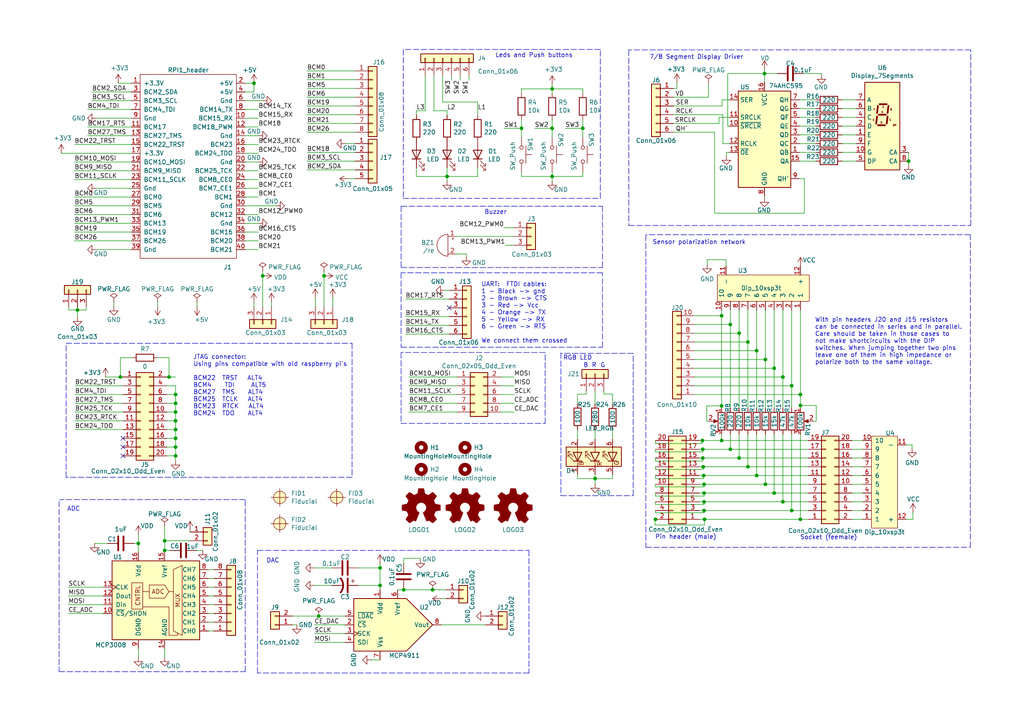
<source format=kicad_sch>
(kicad_sch (version 20211123) (generator eeschema)
  (paper "A4")
  (title_block (title "BEE Board") (date "2019-10-13") (rev "2.0") (company "Universidad Complutense de Madrid") (comment 1 "https://github.com/tenllado/bee"))
  (junction (at 221.996 140.462))
  (junction (at 151.257 37.211))
  (junction (at 209.296 117.729))
  (junction (at 211.836 94.107))
  (junction (at 22.479 89.916))
  (junction (at 160.147 37.211))
  (junction (at 203.835 130.302))
  (junction (at 204.216 143.002))
  (junction (at 219.456 137.922))
  (junction (at 93.98 80.01))
  (junction (at 50.927 129.667))
  (junction (at 204.216 140.462))
  (junction (at 232.156 117.602))
  (junction (at 34.925 109.347))
  (junction (at 172.593 138.811))
  (junction (at 227.076 145.542))
  (junction (at 204.216 145.542))
  (junction (at 204.216 148.082))
  (junction (at 169.037 37.211))
  (junction (at 40.132 157.607))
  (junction (at 263.525 46.736))
  (junction (at 229.616 148.082))
  (junction (at 232.156 114.427))
  (junction (at 203.708 127.762))
  (junction (at 50.927 119.507))
  (junction (at 117.094 171.069))
  (junction (at 221.742 21.336))
  (junction (at 211.836 130.302))
  (junction (at 73.66 24.13))
  (junction (at 227.076 109.347))
  (junction (at 160.147 51.181))
  (junction (at 50.927 127.127))
  (junction (at 224.536 106.807))
  (junction (at 216.916 99.187))
  (junction (at 110.236 164.719))
  (junction (at 221.996 104.267))
  (junction (at 92.456 178.689))
  (junction (at 232.156 150.622))
  (junction (at 125.476 171.069))
  (junction (at 203.962 135.382))
  (junction (at 229.616 111.887))
  (junction (at 203.835 132.842))
  (junction (at 204.343 150.622))
  (junction (at 47.752 156.845))
  (junction (at 224.536 143.002))
  (junction (at 50.927 132.207))
  (junction (at 219.456 101.727))
  (junction (at 209.296 127.762))
  (junction (at 47.752 159.639))
  (junction (at 214.376 132.842))
  (junction (at 49.022 109.347))
  (junction (at 129.667 51.181))
  (junction (at 190.119 150.622))
  (junction (at 76.2 80.01))
  (junction (at 214.376 96.647))
  (junction (at 50.927 114.427))
  (junction (at 204.089 137.922))
  (junction (at 216.916 135.382))
  (junction (at 110.236 169.799))
  (junction (at 50.927 122.047))
  (junction (at 160.147 25.781))
  (junction (at 50.927 116.967))
  (junction (at 209.296 91.567))
  (junction (at 50.927 124.587))
  (no_connect (at 130.302 89.281))
  (no_connect (at 35.687 132.207))
  (no_connect (at 35.687 129.667))
  (no_connect (at 35.687 127.127))
  (wire (pts (xy 125.476 171.069) (xy 129.286 171.069)))
  (wire (pts (xy 38.1 62.23) (xy 21.59 62.23)))
  (polyline (pts (xy 158.115 102.235) (xy 116.459 102.235)))
  (wire (pts (xy 151.257 39.751) (xy 151.257 37.211)))
  (wire (pts (xy 35.687 114.427) (xy 21.717 114.427)))
  (wire (pts (xy 151.257 27.051) (xy 151.257 25.781)))
  (polyline (pts (xy 162.687 102.362) (xy 162.687 143.764)))
  (wire (pts (xy 148.971 68.58) (xy 132.461 68.58)))
  (wire (pts (xy 71.12 57.15) (xy 74.93 57.15)))
  (wire (pts (xy 103.886 169.799) (xy 110.236 169.799)))
  (wire (pts (xy 25.4 31.75) (xy 38.1 31.75)))
  (wire (pts (xy 167.513 124.714) (xy 167.513 127.381)))
  (polyline (pts (xy 158.115 122.809) (xy 158.115 102.235)))
  (wire (pts (xy 50.927 116.967) (xy 50.927 119.507)))
  (wire (pts (xy 195.326 38.354) (xy 207.264 38.354)))
  (wire (pts (xy 203.708 128.651) (xy 203.708 127.762)))
  (wire (pts (xy 204.089 138.811) (xy 204.089 137.922)))
  (wire (pts (xy 209.296 117.729) (xy 209.296 118.364)))
  (wire (pts (xy 175.133 113.538) (xy 175.133 114.3)))
  (wire (pts (xy 73.66 26.67) (xy 73.66 24.13)))
  (wire (pts (xy 201.422 114.427) (xy 232.156 114.427)))
  (wire (pts (xy 229.616 148.082) (xy 234.442 148.082)))
  (wire (pts (xy 263.525 46.736) (xy 263.525 47.879)))
  (wire (pts (xy 71.12 26.67) (xy 73.66 26.67)))
  (wire (pts (xy 89.027 35.814) (xy 102.997 35.814)))
  (wire (pts (xy 110.236 169.799) (xy 110.236 171.069)))
  (wire (pts (xy 48.387 122.047) (xy 50.927 122.047)))
  (wire (pts (xy 38.1 72.39) (xy 27.94 72.39)))
  (polyline (pts (xy 174.117 14.351) (xy 116.967 14.351)))
  (wire (pts (xy 89.027 46.736) (xy 102.997 46.736)))
  (wire (pts (xy 96.52 86.36) (xy 96.52 88.9)))
  (wire (pts (xy 203.708 127.762) (xy 209.296 127.762)))
  (wire (pts (xy 203.835 133.731) (xy 203.835 132.842)))
  (wire (pts (xy 71.12 34.29) (xy 74.93 34.29)))
  (wire (pts (xy 100.203 41.656) (xy 102.997 41.656)))
  (wire (pts (xy 201.422 99.187) (xy 216.916 99.187)))
  (wire (pts (xy 50.927 124.587) (xy 50.927 127.127)))
  (wire (pts (xy 214.376 132.842) (xy 234.442 132.842)))
  (wire (pts (xy 149.098 114.427) (xy 145.288 114.427)))
  (wire (pts (xy 38.1 59.69) (xy 21.59 59.69)))
  (wire (pts (xy 205.105 75.311) (xy 205.105 76.708)))
  (wire (pts (xy 203.835 130.302) (xy 211.836 130.302)))
  (polyline (pts (xy 162.687 143.764) (xy 183.642 143.764)))
  (wire (pts (xy 195.326 35.814) (xy 208.534 35.814)))
  (wire (pts (xy 204.978 122.174) (xy 204.978 117.729)))
  (wire (pts (xy 71.12 46.99) (xy 74.93 46.99)))
  (wire (pts (xy 248.285 44.196) (xy 244.221 44.196)))
  (wire (pts (xy 160.147 34.671) (xy 160.147 37.211)))
  (polyline (pts (xy 116.332 59.817) (xy 174.752 59.817)))
  (wire (pts (xy 244.221 34.036) (xy 248.285 34.036)))
  (polyline (pts (xy 174.752 59.817) (xy 174.752 77.597)))
  (wire (pts (xy 78.74 87.63) (xy 78.74 88.9)))
  (wire (pts (xy 203.835 132.842) (xy 214.376 132.842)))
  (wire (pts (xy 35.687 122.047) (xy 21.717 122.047)))
  (wire (pts (xy 25.019 89.154) (xy 25.019 89.916)))
  (wire (pts (xy 190.119 138.811) (xy 204.089 138.811)))
  (wire (pts (xy 231.902 34.036) (xy 236.601 34.036)))
  (wire (pts (xy 45.72 87.63) (xy 45.72 88.9)))
  (wire (pts (xy 201.422 101.727) (xy 219.456 101.727)))
  (wire (pts (xy 38.1 67.31) (xy 21.59 67.31)))
  (wire (pts (xy 227.076 109.347) (xy 227.076 118.364)))
  (wire (pts (xy 89.027 23.114) (xy 102.997 23.114)))
  (wire (pts (xy 125.857 32.131) (xy 129.667 32.131)))
  (wire (pts (xy 25.4 39.37) (xy 38.1 39.37)))
  (wire (pts (xy 177.673 138.811) (xy 172.593 138.811)))
  (wire (pts (xy 48.387 124.587) (xy 50.927 124.587)))
  (wire (pts (xy 50.927 109.347) (xy 49.022 109.347)))
  (polyline (pts (xy 187.325 158.75) (xy 281.432 158.75)))
  (wire (pts (xy 160.147 37.211) (xy 155.067 37.211)))
  (wire (pts (xy 138.557 29.591) (xy 138.557 33.401)))
  (wire (pts (xy 22.479 89.154) (xy 22.479 89.916)))
  (wire (pts (xy 190.119 135.382) (xy 190.119 136.144)))
  (wire (pts (xy 71.12 72.39) (xy 74.93 72.39)))
  (wire (pts (xy 91.44 86.36) (xy 91.44 88.9)))
  (wire (pts (xy 224.536 143.002) (xy 234.442 143.002)))
  (wire (pts (xy 211.074 36.576) (xy 211.074 21.336)))
  (wire (pts (xy 57.023 159.639) (xy 58.801 159.639)))
  (wire (pts (xy 151.257 51.181) (xy 160.147 51.181)))
  (polyline (pts (xy 281.559 65.405) (xy 281.559 14.478)))
  (wire (pts (xy 60.452 180.467) (xy 61.976 180.467)))
  (wire (pts (xy 190.119 127.762) (xy 190.119 128.651)))
  (wire (pts (xy 71.12 29.21) (xy 76.2 29.21)))
  (wire (pts (xy 172.593 137.541) (xy 172.593 138.811)))
  (wire (pts (xy 204.216 145.542) (xy 227.076 145.542)))
  (wire (pts (xy 60.452 177.927) (xy 61.976 177.927)))
  (wire (pts (xy 204.216 148.082) (xy 229.616 148.082)))
  (wire (pts (xy 209.423 30.734) (xy 195.326 30.734)))
  (wire (pts (xy 247.142 130.302) (xy 250.19 130.302)))
  (polyline (pts (xy 74.676 195.199) (xy 74.676 159.639)))
  (wire (pts (xy 236.601 46.736) (xy 231.902 46.736)))
  (wire (pts (xy 247.142 137.922) (xy 250.19 137.922)))
  (wire (pts (xy 250.19 135.382) (xy 247.142 135.382)))
  (wire (pts (xy 247.142 143.002) (xy 250.19 143.002)))
  (wire (pts (xy 71.12 41.91) (xy 74.93 41.91)))
  (wire (pts (xy 136.017 21.971) (xy 136.017 23.241)))
  (wire (pts (xy 135.255 73.66) (xy 135.255 74.422)))
  (wire (pts (xy 48.387 129.667) (xy 50.927 129.667)))
  (wire (pts (xy 202.819 145.542) (xy 204.216 145.542)))
  (wire (pts (xy 201.422 106.807) (xy 224.536 106.807)))
  (wire (pts (xy 29.972 170.307) (xy 19.812 170.307)))
  (wire (pts (xy 232.156 125.984) (xy 232.156 150.622)))
  (polyline (pts (xy 174.117 57.531) (xy 174.117 14.351)))
  (wire (pts (xy 172.593 138.811) (xy 172.593 140.335)))
  (wire (pts (xy 225.425 21.336) (xy 221.742 21.336)))
  (wire (pts (xy 233.299 51.816) (xy 233.299 61.849)))
  (wire (pts (xy 167.513 114.3) (xy 167.513 117.094)))
  (wire (pts (xy 96.266 169.799) (xy 91.186 169.799)))
  (wire (pts (xy 120.777 33.401) (xy 120.777 32.131)))
  (wire (pts (xy 50.927 132.207) (xy 48.387 132.207)))
  (wire (pts (xy 201.422 96.647) (xy 214.376 96.647)))
  (polyline (pts (xy 19.177 99.568) (xy 102.108 99.568)))
  (wire (pts (xy 264.795 150.622) (xy 262.89 150.622)))
  (wire (pts (xy 204.343 152.273) (xy 204.343 150.622)))
  (wire (pts (xy 204.216 140.462) (xy 221.996 140.462)))
  (wire (pts (xy 221.996 104.267) (xy 221.996 118.364)))
  (wire (pts (xy 214.376 89.916) (xy 214.376 96.647)))
  (wire (pts (xy 60.452 183.007) (xy 61.976 183.007)))
  (wire (pts (xy 190.119 148.717) (xy 204.216 148.717)))
  (wire (pts (xy 221.996 89.916) (xy 221.996 104.267)))
  (wire (pts (xy 30.607 109.347) (xy 34.925 109.347)))
  (wire (pts (xy 264.795 148.59) (xy 264.795 150.622)))
  (wire (pts (xy 130.937 21.971) (xy 130.937 23.241)))
  (wire (pts (xy 167.513 137.541) (xy 167.513 138.811)))
  (wire (pts (xy 123.317 32.131) (xy 120.777 32.131)))
  (wire (pts (xy 107.696 191.389) (xy 110.236 191.389)))
  (wire (pts (xy 125.857 21.971) (xy 125.857 32.131)))
  (wire (pts (xy 169.037 51.181) (xy 169.037 49.911)))
  (wire (pts (xy 117.602 86.741) (xy 130.302 86.741)))
  (wire (pts (xy 233.299 61.849) (xy 207.264 61.849)))
  (polyline (pts (xy 116.332 77.597) (xy 174.752 77.597)))
  (wire (pts (xy 60.452 175.387) (xy 61.976 175.387)))
  (wire (pts (xy 120.777 48.641) (xy 120.777 51.181)))
  (wire (pts (xy 190.119 143.002) (xy 190.119 143.891)))
  (polyline (pts (xy 183.642 102.489) (xy 162.687 102.489)))
  (wire (pts (xy 224.536 106.807) (xy 224.536 118.364)))
  (wire (pts (xy 71.12 31.75) (xy 74.93 31.75)))
  (wire (pts (xy 202.819 137.922) (xy 204.089 137.922)))
  (wire (pts (xy 190.119 140.462) (xy 190.119 141.224)))
  (polyline (pts (xy 17.145 145.415) (xy 17.145 194.818)))
  (wire (pts (xy 204.216 148.717) (xy 204.216 148.082)))
  (wire (pts (xy 38.1 57.15) (xy 21.59 57.15)))
  (wire (pts (xy 19.939 89.154) (xy 19.939 89.916)))
  (polyline (pts (xy 116.967 57.531) (xy 174.117 57.531)))
  (wire (pts (xy 227.076 145.542) (xy 234.442 145.542)))
  (wire (pts (xy 211.836 89.916) (xy 211.836 94.107)))
  (wire (pts (xy 160.147 27.051) (xy 160.147 25.781)))
  (wire (pts (xy 145.288 116.967) (xy 149.098 116.967)))
  (wire (pts (xy 27.94 34.29) (xy 38.1 34.29)))
  (wire (pts (xy 33.02 87.63) (xy 33.02 88.9)))
  (wire (pts (xy 40.132 155.067) (xy 40.132 157.607)))
  (wire (pts (xy 201.422 111.887) (xy 229.616 111.887)))
  (wire (pts (xy 219.456 137.922) (xy 219.456 125.984)))
  (wire (pts (xy 118.618 119.507) (xy 132.588 119.507)))
  (wire (pts (xy 236.728 122.174) (xy 236.728 117.602)))
  (polyline (pts (xy 174.752 100.711) (xy 174.752 79.121)))
  (polyline (pts (xy 281.432 68.072) (xy 187.325 68.072)))
  (wire (pts (xy 151.257 37.211) (xy 151.257 34.671)))
  (polyline (pts (xy 102.108 99.568) (xy 102.108 138.43)))
  (wire (pts (xy 92.456 178.689) (xy 100.076 178.689)))
  (wire (pts (xy 208.534 34.036) (xy 211.582 34.036)))
  (wire (pts (xy 211.582 36.576) (xy 211.074 36.576)))
  (wire (pts (xy 196.342 25.654) (xy 196.342 24.003)))
  (wire (pts (xy 100.076 186.309) (xy 91.186 186.309)))
  (wire (pts (xy 60.452 172.847) (xy 61.976 172.847)))
  (wire (pts (xy 140.716 181.229) (xy 128.016 181.229)))
  (wire (pts (xy 146.558 71.12) (xy 148.971 71.12)))
  (wire (pts (xy 247.142 150.622) (xy 250.19 150.622)))
  (wire (pts (xy 190.119 141.224) (xy 204.216 141.224)))
  (wire (pts (xy 169.037 37.211) (xy 169.037 39.751)))
  (wire (pts (xy 50.927 111.887) (xy 50.927 114.427)))
  (wire (pts (xy 160.147 37.211) (xy 160.147 39.751)))
  (wire (pts (xy 219.456 101.727) (xy 219.456 118.364)))
  (polyline (pts (xy 116.332 122.809) (xy 158.115 122.809)))
  (wire (pts (xy 50.927 133.604) (xy 50.927 132.207)))
  (wire (pts (xy 47.752 159.639) (xy 49.403 159.639)))
  (wire (pts (xy 71.12 69.85) (xy 74.93 69.85)))
  (wire (pts (xy 232.156 150.622) (xy 234.442 150.622)))
  (wire (pts (xy 89.027 30.734) (xy 102.997 30.734)))
  (wire (pts (xy 190.119 136.144) (xy 203.962 136.144)))
  (wire (pts (xy 60.452 165.227) (xy 61.976 165.227)))
  (wire (pts (xy 38.1 49.53) (xy 21.59 49.53)))
  (wire (pts (xy 22.479 89.916) (xy 25.019 89.916)))
  (polyline (pts (xy 174.752 79.121) (xy 116.332 79.121)))
  (wire (pts (xy 71.12 39.37) (xy 74.93 39.37)))
  (wire (pts (xy 204.216 146.304) (xy 204.216 145.542)))
  (wire (pts (xy 169.037 25.781) (xy 169.037 27.051)))
  (wire (pts (xy 128.016 173.609) (xy 129.286 173.609)))
  (wire (pts (xy 26.67 29.21) (xy 38.1 29.21)))
  (wire (pts (xy 232.156 89.916) (xy 232.156 114.427)))
  (wire (pts (xy 189.992 152.273) (xy 204.343 152.273)))
  (wire (pts (xy 129.667 51.181) (xy 138.557 51.181)))
  (wire (pts (xy 38.1 54.61) (xy 27.94 54.61)))
  (wire (pts (xy 40.132 157.607) (xy 40.132 160.147)))
  (wire (pts (xy 50.927 114.427) (xy 50.927 116.967)))
  (wire (pts (xy 247.142 148.082) (xy 250.19 148.082)))
  (wire (pts (xy 91.186 164.719) (xy 96.266 164.719)))
  (wire (pts (xy 227.076 125.984) (xy 227.076 145.542)))
  (wire (pts (xy 214.376 125.984) (xy 214.376 132.842)))
  (wire (pts (xy 190.119 145.542) (xy 190.119 146.304)))
  (wire (pts (xy 172.593 113.538) (xy 172.593 117.094)))
  (wire (pts (xy 31.242 157.607) (xy 27.432 157.607)))
  (wire (pts (xy 48.387 114.427) (xy 50.927 114.427)))
  (wire (pts (xy 47.752 152.654) (xy 47.752 156.845)))
  (wire (pts (xy 250.19 132.842) (xy 247.142 132.842)))
  (wire (pts (xy 128.397 21.971) (xy 128.397 29.591)))
  (wire (pts (xy 232.156 114.427) (xy 232.156 117.602)))
  (wire (pts (xy 40.132 190.627) (xy 40.132 188.087)))
  (wire (pts (xy 110.236 164.719) (xy 110.236 169.799)))
  (wire (pts (xy 89.027 49.276) (xy 102.997 49.276)))
  (wire (pts (xy 203.962 135.382) (xy 216.916 135.382)))
  (wire (pts (xy 103.886 164.719) (xy 110.236 164.719)))
  (wire (pts (xy 202.819 143.002) (xy 204.216 143.002)))
  (wire (pts (xy 84.836 178.689) (xy 92.456 178.689)))
  (wire (pts (xy 244.221 46.736) (xy 248.285 46.736)))
  (wire (pts (xy 189.992 150.622) (xy 190.119 150.622)))
  (polyline (pts (xy 183.642 143.764) (xy 183.642 102.489)))
  (wire (pts (xy 195.326 28.194) (xy 205.486 28.194)))
  (wire (pts (xy 244.221 39.116) (xy 248.285 39.116)))
  (polyline (pts (xy 74.676 159.639) (xy 153.416 159.639)))
  (polyline (pts (xy 281.559 14.478) (xy 182.372 14.478)))
  (wire (pts (xy 231.902 28.956) (xy 236.601 28.956)))
  (wire (pts (xy 202.819 132.842) (xy 203.835 132.842)))
  (wire (pts (xy 71.12 62.23) (xy 74.93 62.23)))
  (wire (pts (xy 120.777 51.181) (xy 129.667 51.181)))
  (wire (pts (xy 57.15 87.63) (xy 57.15 88.9)))
  (wire (pts (xy 232.156 117.602) (xy 232.156 118.364)))
  (wire (pts (xy 202.819 135.382) (xy 203.962 135.382)))
  (wire (pts (xy 76.2 78.74) (xy 76.2 80.01)))
  (wire (pts (xy 205.486 28.194) (xy 205.486 24.13)))
  (wire (pts (xy 129.032 84.201) (xy 130.302 84.201)))
  (wire (pts (xy 35.687 116.967) (xy 21.717 116.967)))
  (wire (pts (xy 244.221 36.576) (xy 248.285 36.576)))
  (wire (pts (xy 102.997 20.574) (xy 89.027 20.574)))
  (wire (pts (xy 211.074 21.336) (xy 221.742 21.336)))
  (wire (pts (xy 216.916 135.382) (xy 234.442 135.382)))
  (wire (pts (xy 48.387 119.507) (xy 50.927 119.507)))
  (wire (pts (xy 146.177 37.211) (xy 151.257 37.211)))
  (wire (pts (xy 202.819 148.082) (xy 204.216 148.082)))
  (wire (pts (xy 35.687 111.887) (xy 21.717 111.887)))
  (wire (pts (xy 138.557 51.181) (xy 138.557 48.641)))
  (wire (pts (xy 211.836 130.302) (xy 211.836 125.984)))
  (wire (pts (xy 35.687 124.587) (xy 21.717 124.587)))
  (wire (pts (xy 209.677 33.274) (xy 209.677 41.656)))
  (wire (pts (xy 201.422 91.567) (xy 209.296 91.567)))
  (wire (pts (xy 160.147 51.181) (xy 160.147 49.911)))
  (wire (pts (xy 209.296 89.916) (xy 209.296 91.567)))
  (wire (pts (xy 38.1 64.77) (xy 21.59 64.77)))
  (wire (pts (xy 210.693 44.196) (xy 210.693 45.212)))
  (wire (pts (xy 38.1 52.07) (xy 21.59 52.07)))
  (wire (pts (xy 117.094 161.925) (xy 117.094 163.449)))
  (polyline (pts (xy 71.12 194.818) (xy 71.12 144.907)))
  (wire (pts (xy 19.939 89.916) (xy 22.479 89.916)))
  (wire (pts (xy 202.819 130.302) (xy 203.835 130.302)))
  (polyline (pts (xy 116.332 100.711) (xy 174.752 100.711)))
  (wire (pts (xy 129.667 48.641) (xy 129.667 51.181)))
  (wire (pts (xy 189.992 152.273) (xy 189.992 150.622)))
  (wire (pts (xy 48.387 116.967) (xy 50.927 116.967)))
  (wire (pts (xy 29.972 177.927) (xy 19.812 177.927)))
  (wire (pts (xy 229.616 111.887) (xy 229.616 118.364)))
  (wire (pts (xy 29.972 175.387) (xy 19.812 175.387)))
  (wire (pts (xy 231.902 44.196) (xy 236.601 44.196)))
  (wire (pts (xy 118.618 116.967) (xy 132.588 116.967)))
  (wire (pts (xy 71.12 64.77) (xy 74.93 64.77)))
  (wire (pts (xy 121.92 161.925) (xy 117.094 161.925)))
  (wire (pts (xy 26.67 26.67) (xy 38.1 26.67)))
  (wire (pts (xy 172.593 124.714) (xy 172.593 127.381)))
  (wire (pts (xy 229.616 125.984) (xy 229.616 148.082)))
  (wire (pts (xy 208.534 35.814) (xy 208.534 34.036)))
  (polyline (pts (xy 102.108 138.43) (xy 19.177 138.43)))
  (wire (pts (xy 115.316 171.069) (xy 117.094 171.069)))
  (wire (pts (xy 204.216 143.891) (xy 204.216 143.002)))
  (wire (pts (xy 45.847 103.759) (xy 49.022 103.759)))
  (wire (pts (xy 190.119 133.731) (xy 203.835 133.731)))
  (wire (pts (xy 86.106 181.229) (xy 84.836 181.229)))
  (wire (pts (xy 100.076 183.769) (xy 91.186 183.769)))
  (wire (pts (xy 203.962 136.144) (xy 203.962 135.382)))
  (wire (pts (xy 71.12 67.31) (xy 74.93 67.31)))
  (wire (pts (xy 160.147 25.781) (xy 169.037 25.781)))
  (wire (pts (xy 110.236 163.449) (xy 110.236 164.719)))
  (wire (pts (xy 204.089 137.922) (xy 219.456 137.922)))
  (wire (pts (xy 47.752 156.845) (xy 47.752 159.639)))
  (wire (pts (xy 209.677 41.656) (xy 211.582 41.656)))
  (wire (pts (xy 204.343 150.622) (xy 232.156 150.622)))
  (wire (pts (xy 170.053 114.3) (xy 167.513 114.3)))
  (wire (pts (xy 262.89 129.032) (xy 264.541 129.032)))
  (wire (pts (xy 34.925 109.347) (xy 35.687 109.347)))
  (wire (pts (xy 201.422 94.107) (xy 211.836 94.107)))
  (wire (pts (xy 177.673 124.841) (xy 177.673 127.381)))
  (wire (pts (xy 209.296 125.984) (xy 209.296 127.762)))
  (wire (pts (xy 93.98 78.74) (xy 93.98 80.01)))
  (wire (pts (xy 50.927 119.507) (xy 50.927 122.047)))
  (wire (pts (xy 151.257 25.781) (xy 160.147 25.781)))
  (wire (pts (xy 48.387 127.127) (xy 50.927 127.127)))
  (polyline (pts (xy 116.332 102.235) (xy 116.332 122.809)))
  (polyline (pts (xy 116.332 59.817) (xy 116.332 77.597)))
  (wire (pts (xy 190.119 130.302) (xy 190.119 131.064)))
  (wire (pts (xy 93.98 80.01) (xy 93.98 88.9)))
  (wire (pts (xy 236.601 31.496) (xy 231.902 31.496)))
  (wire (pts (xy 167.513 138.811) (xy 172.593 138.811)))
  (polyline (pts (xy 182.372 65.405) (xy 281.559 65.405)))
  (polyline (pts (xy 116.332 79.121) (xy 116.332 100.711)))
  (wire (pts (xy 89.027 44.196) (xy 102.997 44.196)))
  (wire (pts (xy 177.673 137.541) (xy 177.673 138.811)))
  (wire (pts (xy 169.037 34.671) (xy 169.037 37.211)))
  (wire (pts (xy 71.12 54.61) (xy 74.93 54.61)))
  (wire (pts (xy 17.78 44.45) (xy 38.1 44.45)))
  (wire (pts (xy 102.997 28.194) (xy 89.027 28.194)))
  (wire (pts (xy 247.142 127.762) (xy 250.19 127.762)))
  (wire (pts (xy 55.118 156.845) (xy 47.752 156.845)))
  (wire (pts (xy 209.423 28.956) (xy 209.423 30.734)))
  (wire (pts (xy 50.927 127.127) (xy 50.927 129.667)))
  (wire (pts (xy 190.119 128.651) (xy 203.708 128.651)))
  (wire (pts (xy 61.976 167.767) (xy 60.452 167.767)))
  (polyline (pts (xy 71.12 144.907) (xy 17.272 144.907)))
  (wire (pts (xy 204.978 117.729) (xy 209.296 117.729)))
  (polyline (pts (xy 187.325 68.199) (xy 187.325 158.75)))
  (wire (pts (xy 118.618 111.887) (xy 132.588 111.887)))
  (wire (pts (xy 146.177 66.04) (xy 148.971 66.04)))
  (wire (pts (xy 229.616 89.916) (xy 229.616 111.887)))
  (wire (pts (xy 233.299 51.816) (xy 231.902 51.816)))
  (wire (pts (xy 211.582 28.956) (xy 209.423 28.956)))
  (wire (pts (xy 202.819 150.622) (xy 204.343 150.622)))
  (wire (pts (xy 89.027 33.274) (xy 102.997 33.274)))
  (wire (pts (xy 219.456 89.916) (xy 219.456 101.727)))
  (wire (pts (xy 73.66 87.63) (xy 73.66 88.9)))
  (wire (pts (xy 133.477 21.971) (xy 133.477 23.241)))
  (polyline (pts (xy 19.177 138.43) (xy 19.177 99.695)))
  (wire (pts (xy 117.094 171.069) (xy 125.476 171.069)))
  (wire (pts (xy 128.397 29.591) (xy 138.557 29.591)))
  (wire (pts (xy 170.053 113.538) (xy 170.053 114.3)))
  (wire (pts (xy 38.227 103.759) (xy 34.925 103.759)))
  (wire (pts (xy 190.119 137.922) (xy 190.119 138.811)))
  (wire (pts (xy 121.92 162.179) (xy 121.92 161.925)))
  (wire (pts (xy 221.742 20.193) (xy 221.742 21.336)))
  (wire (pts (xy 264.541 129.032) (xy 264.541 130.048)))
  (wire (pts (xy 214.376 96.647) (xy 214.376 118.364)))
  (wire (pts (xy 60.452 170.307) (xy 61.976 170.307)))
  (wire (pts (xy 38.862 157.607) (xy 40.132 157.607)))
  (wire (pts (xy 117.602 91.821) (xy 130.302 91.821)))
  (wire (pts (xy 160.147 25.781) (xy 160.147 24.511)))
  (wire (pts (xy 38.1 36.83) (xy 25.4 36.83)))
  (wire (pts (xy 221.742 21.336) (xy 221.742 23.876)))
  (wire (pts (xy 210.566 77.216) (xy 210.566 75.311)))
  (wire (pts (xy 216.916 99.187) (xy 216.916 118.364)))
  (polyline (pts (xy 153.416 195.199) (xy 74.676 195.199)))
  (wire (pts (xy 100.076 181.229) (xy 91.186 181.229)))
  (wire (pts (xy 35.687 119.507) (xy 21.717 119.507)))
  (wire (pts (xy 190.119 143.891) (xy 204.216 143.891)))
  (wire (pts (xy 210.693 44.196) (xy 211.582 44.196)))
  (wire (pts (xy 195.326 33.274) (xy 209.677 33.274)))
  (wire (pts (xy 169.037 37.211) (xy 163.957 37.211)))
  (polyline (pts (xy 182.372 14.478) (xy 182.372 65.405)))
  (wire (pts (xy 50.927 129.667) (xy 50.927 132.207)))
  (wire (pts (xy 221.742 56.896) (xy 221.742 57.404)))
  (wire (pts (xy 207.264 61.849) (xy 207.264 38.354)))
  (wire (pts (xy 203.835 131.064) (xy 203.835 130.302)))
  (wire (pts (xy 219.456 137.922) (xy 234.442 137.922)))
  (wire (pts (xy 177.673 114.3) (xy 177.673 117.221)))
  (wire (pts (xy 145.288 111.887) (xy 149.098 111.887)))
  (wire (pts (xy 224.536 89.916) (xy 224.536 106.807)))
  (wire (pts (xy 238.252 21.336) (xy 238.252 21.717)))
  (wire (pts (xy 160.147 51.181) (xy 169.037 51.181)))
  (wire (pts (xy 216.916 125.984) (xy 216.916 135.382)))
  (wire (pts (xy 102.997 25.654) (xy 89.027 25.654)))
  (wire (pts (xy 38.1 69.85) (xy 21.59 69.85)))
  (polyline (pts (xy 281.432 158.75) (xy 281.432 68.072)))
  (wire (pts (xy 151.257 51.181) (xy 151.257 49.911)))
  (wire (pts (xy 71.12 52.07) (xy 74.93 52.07)))
  (wire (pts (xy 263.525 44.196) (xy 263.525 46.736)))
  (wire (pts (xy 145.288 109.347) (xy 149.098 109.347)))
  (wire (pts (xy 190.119 132.842) (xy 190.119 133.731)))
  (wire (pts (xy 71.12 59.69) (xy 80.01 59.69)))
  (wire (pts (xy 235.966 122.174) (xy 236.728 122.174)))
  (wire (pts (xy 55.118 154.305) (xy 55.118 153.797)))
  (wire (pts (xy 227.076 89.916) (xy 227.076 109.347)))
  (wire (pts (xy 190.119 148.082) (xy 190.119 148.717)))
  (wire (pts (xy 132.461 73.66) (xy 135.255 73.66)))
  (wire (pts (xy 247.142 145.542) (xy 250.19 145.542)))
  (wire (pts (xy 49.022 109.347) (xy 48.387 109.347)))
  (wire (pts (xy 48.387 111.887) (xy 50.927 111.887)))
  (wire (pts (xy 236.601 39.116) (xy 231.902 39.116)))
  (wire (pts (xy 209.296 127.762) (xy 234.442 127.762)))
  (wire (pts (xy 145.288 119.507) (xy 149.098 119.507)))
  (wire (pts (xy 34.925 103.759) (xy 34.925 109.347)))
  (wire (pts (xy 123.317 21.971) (xy 123.317 32.131)))
  (wire (pts (xy 117.602 96.901) (xy 130.302 96.901)))
  (wire (pts (xy 202.819 140.462) (xy 204.216 140.462)))
  (wire (pts (xy 175.133 114.3) (xy 177.673 114.3)))
  (wire (pts (xy 71.12 49.53) (xy 74.93 49.53)))
  (wire (pts (xy 244.221 31.496) (xy 248.285 31.496)))
  (wire (pts (xy 101.092 51.816) (xy 102.997 51.816)))
  (wire (pts (xy 201.422 104.267) (xy 221.996 104.267)))
  (polyline (pts (xy 116.967 14.351) (xy 116.967 57.531)))
  (wire (pts (xy 204.216 143.002) (xy 224.536 143.002)))
  (wire (pts (xy 221.996 140.462) (xy 234.442 140.462)))
  (wire (pts (xy 102.997 38.354) (xy 89.027 38.354)))
  (wire (pts (xy 216.916 89.916) (xy 216.916 99.187)))
  (wire (pts (xy 71.12 24.13) (xy 73.66 24.13)))
  (wire (pts (xy 190.119 131.064) (xy 203.835 131.064)))
  (wire (pts (xy 233.045 21.336) (xy 238.252 21.336)))
  (wire (pts (xy 117.602 94.361) (xy 130.302 94.361)))
  (wire (pts (xy 129.667 52.451) (xy 129.667 51.181)))
  (wire (pts (xy 38.1 46.99) (xy 21.59 46.99)))
  (wire (pts (xy 202.819 127.762) (xy 203.708 127.762)))
  (wire (pts (xy 29.972 172.847) (xy 19.812 172.847)))
  (wire (pts (xy 236.728 117.602) (xy 232.156 117.602)))
  (wire (pts (xy 244.221 41.656) (xy 248.285 41.656)))
  (wire (pts (xy 211.836 94.107) (xy 211.836 118.364)))
  (wire (pts (xy 224.536 125.984) (xy 224.536 143.002)))
  (wire (pts (xy 22.479 89.916) (xy 22.479 91.948)))
  (wire (pts (xy 118.618 109.347) (xy 132.588 109.347)))
  (wire (pts (xy 244.221 28.956) (xy 248.285 28.956)))
  (wire (pts (xy 76.2 80.01) (xy 76.2 88.9)))
  (wire (pts (xy 209.296 91.567) (xy 209.296 117.729)))
  (wire (pts (xy 160.147 52.451) (xy 160.147 51.181)))
  (wire (pts (xy 211.836 130.302) (xy 234.442 130.302)))
  (wire (pts (xy 204.216 141.224) (xy 204.216 140.462)))
  (wire (pts (xy 49.022 103.759) (xy 49.022 109.347)))
  (polyline (pts (xy 153.416 159.639) (xy 153.416 195.199)))
  (wire (pts (xy 50.927 122.047) (xy 50.927 124.587)))
  (wire (pts (xy 21.59 41.91) (xy 38.1 41.91)))
  (wire (pts (xy 221.996 140.462) (xy 221.996 125.984)))
  (wire (pts (xy 190.119 146.304) (xy 204.216 146.304)))
  (wire (pts (xy 247.142 140.462) (xy 250.19 140.462)))
  (wire (pts (xy 129.667 33.401) (xy 129.667 32.131)))
  (wire (pts (xy 71.12 44.45) (xy 74.93 44.45)))
  (wire (pts (xy 34.29 24.13) (xy 38.1 24.13)))
  (wire (pts (xy 195.326 25.654) (xy 196.342 25.654)))
  (wire (pts (xy 205.486 122.174) (xy 204.978 122.174)))
  (wire (pts (xy 71.12 36.83) (xy 74.93 36.83)))
  (wire (pts (xy 47.752 159.639) (xy 47.752 160.147)))
  (wire (pts (xy 231.902 36.576) (xy 236.601 36.576)))
  (wire (pts (xy 231.902 41.656) (xy 236.601 41.656)))
  (wire (pts (xy 118.618 114.427) (xy 132.588 114.427)))
  (wire (pts (xy 201.422 109.347) (xy 227.076 109.347)))
  (polyline (pts (xy 17.145 194.818) (xy 71.12 194.818)))
  (wire (pts (xy 47.752 188.087) (xy 47.752 190.627)))
  (wire (pts (xy 210.566 75.311) (xy 205.105 75.311)))
  (text "DAC" (at 77.216 163.449 0) (effects (font (size 1.27 1.27)) (justify left bottom)))
  (text "UART:  FTDI cables:\n1 - Black -> gnd\n2 - Brown -> CTS\n3 - Red -> Vcc\n4 - Orange -> TX\n5 - Yellow -> RX\n6 - Green -> RTS\n\nWe connect them crossed" (at 139.573 99.695 0) (effects (font (size 1.27 1.27)) (justify left bottom)))
  (text "Leds and Push buttons" (at 143.637 16.891 0) (effects (font (size 1.27 1.27)) (justify left bottom)))
  (text "B" (at 169.164 106.807 0) (effects (font (size 1.27 1.27)) (justify left bottom)))
  (text "Buzzer" (at 140.462 62.357 0) (effects (font (size 1.27 1.27)) (justify left bottom)))
  (text "JTAG connector:\nUsing pins compatible with old raspberry pi's\n\nBCM22  TRST   ALT4\nBCM4    TDI     ALT5\nBCM27  TMS    ALT4\nBCM25  TCLK   ALT4\nBCM23  RTCK   ALT4\nBCM24  TDO    ALT4" (at 56.007 120.777 0) (effects (font (size 1.27 1.27)) (justify left bottom)))
  (text "RGB LED" (at 163.322 104.648 0) (effects (font (size 1.27 1.27)) (justify left bottom)))
  (text "Pin header (male)" (at 189.992 156.591 0) (effects (font (size 1.27 1.27)) (justify left bottom)))
  (text "R" (at 171.577 106.807 0) (effects (font (size 1.27 1.27)) (justify left bottom)))
  (text "Socket (feemale)" (at 232.029 156.718 0) (effects (font (size 1.27 1.27)) (justify left bottom)))
  (text "G" (at 174.117 106.807 0) (effects (font (size 1.27 1.27)) (justify left bottom)))
  (text "Sensor polarization network" (at 189.23 71.12 0) (effects (font (size 1.27 1.27)) (justify left bottom)))
  (text "ADC" (at 19.431 148.463 0) (effects (font (size 1.27 1.27)) (justify left bottom)))
  (text "With pin headers J20 and J15 resistors\ncan be connected in series and in parallel.\nCare should be taken in those cases to \nnot make shortcircuits with the DIP \nswitches. When jumping together two pins\nleave one of them in high impedance or\npolarize both to the same voltage." (at 236.347 105.918 0) (effects (font (size 1.27 1.27)) (justify left bottom)))
  (text "7/8 Segment Display Driver" (at 188.341 17.399 0) (effects (font (size 1.27 1.27)) (justify left bottom)))
  (label "BCM4_TDI" (at 21.717 114.427 0))
  (label "BCM18" (at 74.93 36.83 0))
  (label "BCM24_TDO" (at 21.717 124.587 0))
  (label "BCM18" (at 89.027 44.196 0))
  (label "BCM12_PWM0" (at 146.177 66.04 180))
  (label "SW3" (at 163.957 37.211 0))
  (label "CE_ADC" (at 149.098 116.967 0))
  (label "BCM26" (at 21.59 69.85 0))
  (label "BCM14_TX" (at 74.93 31.75 0))
  (label "BCM22_TRST" (at 21.717 111.887 0))
  (label "SW1" (at 136.017 23.241 270))
  (label "SRCLK" (at 195.707 35.814 0))
  (label "BCM2_SDA" (at 89.027 49.276 0))
  (label "SCLK" (at 149.098 114.427 0))
  (label "L3" (at 120.777 32.131 0))
  (label "CE_DAC" (at 149.098 119.507 0))
  (label "BCM3_SCL" (at 26.67 29.21 0))
  (label "MISO" (at 19.812 172.847 0))
  (label "BCM15_RX" (at 74.93 34.29 0))
  (label "BCM1" (at 89.027 23.114 0))
  (label "BCM15_RX" (at 117.602 91.821 0))
  (label "BCM13_PWM1" (at 21.59 64.77 0))
  (label "MOSI" (at 19.812 175.387 0))
  (label "BCM11_SCLK" (at 118.618 114.427 0))
  (label "SW3" (at 130.937 23.241 270))
  (label "SW2" (at 133.477 23.241 270))
  (label "BCM6" (at 89.027 28.194 0))
  (label "BCM9_MISO" (at 118.618 111.887 0))
  (label "BCM8_CE0" (at 118.618 116.967 0))
  (label "BCM24_TDO" (at 74.93 44.45 0))
  (label "BCM21" (at 89.027 35.814 0))
  (label "CE_DAC" (at 91.186 181.229 0))
  (label "BCM25_TCK" (at 74.93 49.53 0))
  (label "BCM10_MOSI" (at 21.59 46.99 0))
  (label "BCM5" (at 89.027 25.654 0))
  (label "BCM22_TRST" (at 21.59 41.91 0))
  (label "BCM23_RTCK" (at 21.717 122.047 0))
  (label "SW1" (at 146.177 37.211 0))
  (label "BCM11_SCLK" (at 21.59 52.07 0))
  (label "BCM14_TX" (at 117.602 94.361 0))
  (label "BCM0" (at 89.027 20.574 0))
  (label "BCM26" (at 89.027 38.354 0))
  (label "MISO" (at 149.098 111.887 0))
  (label "BCM17_RTS" (at 117.602 86.741 0))
  (label "QH'" (at 195.961 38.354 0))
  (label "BCM1" (at 74.93 57.15 0))
  (label "BCM19" (at 21.59 67.31 0))
  (label "BCM20" (at 74.93 69.85 0))
  (label "VD" (at 195.834 28.194 0))
  (label "BCM17_RTS" (at 25.4 36.83 0))
  (label "SER" (at 195.961 30.734 0))
  (label "BCM10_MOSI" (at 118.618 109.347 0))
  (label "SCLK" (at 91.186 183.769 0))
  (label "BCM8_CE0" (at 74.93 52.07 0))
  (label "BCM6" (at 21.59 62.23 0))
  (label "MOSI" (at 91.186 186.309 0))
  (label "BCM27_TMS" (at 21.717 116.967 0))
  (label "BCM23_RTCK" (at 74.93 41.91 0))
  (label "BCM4_TDI" (at 25.4 31.75 0))
  (label "BCM19" (at 89.027 30.734 0))
  (label "BCM25_TCK" (at 21.717 119.507 0))
  (label "L2" (at 129.667 32.131 0))
  (label "BCM16_CTS" (at 74.93 67.31 0))
  (label "BCM16_CTS" (at 117.602 96.901 0))
  (label "L1" (at 138.557 32.131 0))
  (label "BCM9_MISO" (at 21.59 49.53 0))
  (label "SCLK" (at 19.812 170.307 0))
  (label "BCM2_SDA" (at 26.67 26.67 0))
  (label "SW2" (at 155.067 37.211 0))
  (label "BCM13_PWM1" (at 146.558 71.12 180))
  (label "BCM0" (at 21.59 57.15 0))
  (label "BCM7_CE1" (at 118.618 119.507 0))
  (label "RCLK" (at 195.961 33.274 0))
  (label "BCM7_CE1" (at 74.93 54.61 0))
  (label "CE_ADC" (at 19.812 177.927 0))
  (label "BCM12_PWM0" (at 74.93 62.23 0))
  (label "BCM21" (at 74.93 72.39 0))
  (label "BCM27_TMS" (at 25.4 39.37 0))
  (label "MOSI" (at 149.098 109.347 0))
  (label "BCM5" (at 21.59 59.69 0))
  (label "BCM20" (at 89.027 33.274 0))
  (label "BCM3_SCL" (at 89.027 46.736 0))
  (symbol (lib_id "BEE:RPI1_header") (at 54.61 48.26 0) (unit 1)
    (property "Reference" "J1" (at 66.04 77.47 0))
    (property "Value" "RPI1_header" (at 54.61 20.32 0))
    (property "Footprint" "Connector_PinHeader_2.54mm:PinHeader_2x20_P2.54mm_Vertical" (effects hide))
    (property "Datasheet" "https://www.mouser.es/datasheet/2/418/NG_CD_146254_J2-1238606.pdf" (effects hide))
    (property "Distributor" "Mouser" (effects hide))
    (property "Distributor PN" "571-7-146254-0" (effects hide))
    (property "Distributor link" "https://www.mouser.es/ProductDetail/TE-Connectivity-AMP/7-146254-0?qs=sGAEpiMZZMs%252BGHln7q6pm44kDepmYTI8jAW7hTb6F%2FE=" (effects hide))
    (property "Manufacturer" "TE Connectivity / AMP" (effects hide))
    (property "MPN" "7-146254-0" (effects hide))
  )
  (symbol (lib_id "Device:R") (at 120.777 37.211 0) (unit 1)
    (property "Reference" "R3" (at 122.555 36.0426 0) (effects (justify left)))
    (property "Value" "220" (at 122.555 38.354 0) (effects (justify left)))
    (property "Footprint" "Resistor_SMD:R_0805_2012Metric_Pad1.20x1.40mm_HandSolder" (effects hide))
    (property "Datasheet" "https://www.mouser.es/datasheet/2/427/crcwce3-1223726.pdf" (effects hide))
    (property "Distributor" "Mouser" (effects hide))
    (property "Distributor PN" " 71-CRCW0805220RFKEAC " (effects hide))
    (property "Distributor link" "https://www.mouser.es/ProductDetail/Vishay-Dale/CRCW0805220RFKEAC?qs=sGAEpiMZZMtlubZbdhIBIIZe04wfiaJWok%252BUhooQBI8%3D" (effects hide))
    (property "Manufacturer" "Vishay / Dale " (effects hide))
    (property "MPN" "CRCW0805220RFKEAC " (effects hide))
  )
  (symbol (lib_id "Device:R") (at 129.667 37.211 0) (unit 1)
    (property "Reference" "R2" (at 131.445 36.0426 0) (effects (justify left)))
    (property "Value" "220" (at 131.445 38.354 0) (effects (justify left)))
    (property "Footprint" "Resistor_SMD:R_0805_2012Metric_Pad1.20x1.40mm_HandSolder" (effects hide))
    (property "Datasheet" "https://www.mouser.es/datasheet/2/427/crcwce3-1223726.pdf" (effects hide))
    (property "Distributor" "Mouser" (effects hide))
    (property "Distributor PN" " 71-CRCW0805220RFKEAC " (effects hide))
    (property "Distributor link" "https://www.mouser.es/ProductDetail/Vishay-Dale/CRCW0805220RFKEAC?qs=sGAEpiMZZMtlubZbdhIBIIZe04wfiaJWok%252BUhooQBI8%3D" (effects hide))
    (property "Manufacturer" "Vishay / Dale " (effects hide))
    (property "MPN" "CRCW0805220RFKEAC " (effects hide))
  )
  (symbol (lib_id "Device:R") (at 138.557 37.211 0) (unit 1)
    (property "Reference" "R1" (at 140.335 36.0426 0) (effects (justify left)))
    (property "Value" "220" (at 140.335 38.354 0) (effects (justify left)))
    (property "Footprint" "Resistor_SMD:R_0805_2012Metric_Pad1.20x1.40mm_HandSolder" (effects hide))
    (property "Datasheet" "https://www.mouser.es/datasheet/2/427/crcwce3-1223726.pdf" (effects hide))
    (property "Distributor" "Mouser" (effects hide))
    (property "Distributor PN" " 71-CRCW0805220RFKEAC " (effects hide))
    (property "Distributor link" "https://www.mouser.es/ProductDetail/Vishay-Dale/CRCW0805220RFKEAC?qs=sGAEpiMZZMtlubZbdhIBIIZe04wfiaJWok%252BUhooQBI8%3D" (effects hide))
    (property "Manufacturer" "Vishay / Dale " (effects hide))
    (property "MPN" "CRCW0805220RFKEAC " (effects hide))
  )
  (symbol (lib_id "Device:LED") (at 120.777 44.831 90) (unit 1)
    (property "Reference" "D3" (at 123.7488 43.8658 90) (effects (justify right)))
    (property "Value" "LED" (at 123.7488 46.1772 90) (effects (justify right)))
    (property "Footprint" "LED_SMD:LED_0805_2012Metric_Pad1.15x1.40mm_HandSolder" (effects hide))
    (property "Datasheet" "https://www.mouser.es/datasheet/2/445/150080RS75000-368622.pdf" (effects hide))
    (property "Distributor" "Mouser" (effects hide))
    (property "Distributor PN" " 710-150080RS75000 " (effects hide))
    (property "Distributor link" "https://www.mouser.es/ProductDetail/Wurth-Elektronik/150080RS75000?qs=sGAEpiMZZMseGfSY3csMkQ6oANueNQcIWZauLnp6GcWRTQJwjw7fdA%3D%3D" (effects hide))
    (property "Manufacturer" "Wurth Elektronik" (effects hide))
    (property "MPN" "150080RS75000" (effects hide))
  )
  (symbol (lib_id "Device:LED") (at 129.667 44.831 90) (unit 1)
    (property "Reference" "D2" (at 132.6388 43.8658 90) (effects (justify right)))
    (property "Value" "LED" (at 132.6388 46.1772 90) (effects (justify right)))
    (property "Footprint" "LED_SMD:LED_0805_2012Metric_Pad1.15x1.40mm_HandSolder" (effects hide))
    (property "Datasheet" "https://www.mouser.es/datasheet/2/445/150080RS75000-368622.pdf" (effects hide))
    (property "Distributor" "Mouser" (effects hide))
    (property "Distributor PN" " 710-150080RS75000 " (effects hide))
    (property "Distributor link" "https://www.mouser.es/ProductDetail/Wurth-Elektronik/150080RS75000?qs=sGAEpiMZZMseGfSY3csMkQ6oANueNQcIWZauLnp6GcWRTQJwjw7fdA%3D%3D" (effects hide))
    (property "Manufacturer" "Wurth Elektronik" (effects hide))
    (property "MPN" "150080RS75000" (effects hide))
  )
  (symbol (lib_id "Device:LED") (at 138.557 44.831 90) (unit 1)
    (property "Reference" "D1" (at 141.5288 43.8658 90) (effects (justify right)))
    (property "Value" "LED" (at 141.5288 46.1772 90) (effects (justify right)))
    (property "Footprint" "LED_SMD:LED_0805_2012Metric_Pad1.15x1.40mm_HandSolder" (effects hide))
    (property "Datasheet" "https://www.mouser.es/datasheet/2/445/150080RS75000-368622.pdf" (effects hide))
    (property "Distributor" "Mouser" (effects hide))
    (property "Distributor PN" " 710-150080RS75000 " (effects hide))
    (property "Distributor link" "https://www.mouser.es/ProductDetail/Wurth-Elektronik/150080RS75000?qs=sGAEpiMZZMseGfSY3csMkQ6oANueNQcIWZauLnp6GcWRTQJwjw7fdA%3D%3D" (effects hide))
    (property "Manufacturer" "Wurth Elektronik" (effects hide))
    (property "MPN" "150080RS75000" (effects hide))
  )
  (symbol (lib_id "Device:C") (at 35.052 157.607 270) (unit 1)
    (property "Reference" "C1" (at 32.512 156.337 90))
    (property "Value" "1uF" (at 35.052 153.5176 90))
    (property "Footprint" "Capacitor_SMD:C_0805_2012Metric_Pad1.18x1.45mm_HandSolder" (effects hide))
    (property "Datasheet" "https://www.mouser.es/datasheet/2/212/KEM_C1002_X7R_SMD-1102033.pdf" (effects hide))
    (property "Distributor" "Mouser" (effects hide))
    (property "Distributor PN" " 80-C0805C105K4R" (effects hide))
    (property "Distributor link" "https://www.mouser.es/ProductDetail/KEMET/C0805C105K4RACTU?qs=sGAEpiMZZMs0AnBnWHyRQOf5HOpVaXbhbAPfOfwRmL8%3D" (effects hide))
    (property "Manufacturer" "KEMET" (effects hide))
    (property "MPN" "C0805C105K4RACTU" (effects hide))
  )
  (symbol (lib_id "power:GND") (at 129.667 52.451 0) (unit 1)
    (property "Reference" "#PWR017" (effects hide))
    (property "Value" "GND" (at 132.207 54.991 0))
  )
  (symbol (lib_id "power:GND") (at 27.94 34.29 270) (unit 1)
    (property "Reference" "#PWR02" (effects hide))
    (property "Value" "GND" (at 22.86 34.29 90))
  )
  (symbol (lib_id "Device:C") (at 100.076 164.719 270) (unit 1)
    (property "Reference" "C2" (at 100.076 161.544 90))
    (property "Value" "0.1uF" (at 96.139 163.449 90))
    (property "Footprint" "Capacitor_SMD:C_0805_2012Metric_Pad1.18x1.45mm_HandSolder" (effects hide))
    (property "Datasheet" "https://www.mouser.es/datasheet/2/212/KEM_C1002_X7R_SMD-1102033.pdf" (effects hide))
    (property "Distributor" "Mouser" (effects hide))
    (property "Distributor PN" "80-C0805C104K3R" (effects hide))
    (property "Distributor link" "https://www.mouser.es/ProductDetail/KEMET/C0805C104K3RACTU?qs=sGAEpiMZZMs0AnBnWHyRQFCCI5cSbRT%2FqS%252BgegeU2mQ%3D" (effects hide))
    (property "Manufacturer" "KEMET" (effects hide))
    (property "MPN" "C0805C104K3RACTU" (effects hide))
  )
  (symbol (lib_id "Device:C_Polarized_US") (at 100.076 169.799 270) (unit 1)
    (property "Reference" "C3" (at 100.076 173.101 90))
    (property "Value" "10uF" (at 96.266 168.529 90))
    (property "Footprint" "Capacitor_Tantalum_SMD:CP_EIA-2012-15_AVX-P_Pad1.30x1.05mm_HandSolder" (effects hide))
    (property "Distributor" "Mouser" (effects hide))
    (property "Distributor PN" " 581-TAJP106K006RNJ " (effects hide))
    (property "Distributor link" "https://www.mouser.es/ProductDetail/AVX/TAJP106K006RNJ?qs=q%252BHV0zBR8MhWDNAZ3JBdYA%3D%3D" (effects hide))
    (property "Manufacturer" "AVX" (effects hide))
    (property "MPN" "TAJP106K006RNJ " (effects hide))
  )
  (symbol (lib_id "Device:R") (at 151.257 30.861 0) (unit 1)
    (property "Reference" "R4" (at 153.035 29.6926 0) (effects (justify left)))
    (property "Value" "10k" (at 153.035 32.004 0) (effects (justify left)))
    (property "Footprint" "Resistor_SMD:R_0805_2012Metric_Pad1.20x1.40mm_HandSolder" (effects hide))
    (property "Datasheet" "https://www.mouser.es/datasheet/2/427/crcwce3-1223726.pdf" (effects hide))
    (property "Distributor" "Mouser" (effects hide))
    (property "Distributor PN" "71-CRCW080510K0FKEAC" (effects hide))
    (property "Distributor link" "https://www.mouser.es/ProductDetail/Vishay-Dale/CRCW080510K0FKEAC?qs=sGAEpiMZZMtlubZbdhIBIIZe04wfiaJWcT48uZO055s%3D" (effects hide))
    (property "Manufacturer" "Vishay / Dale " (effects hide))
    (property "MPN" "CRCW080510K0FKEAC" (effects hide))
  )
  (symbol (lib_id "Device:R") (at 160.147 30.861 0) (unit 1)
    (property "Reference" "R5" (at 161.925 29.6926 0) (effects (justify left)))
    (property "Value" "10k" (at 161.925 32.004 0) (effects (justify left)))
    (property "Footprint" "Resistor_SMD:R_0805_2012Metric_Pad1.20x1.40mm_HandSolder" (effects hide))
    (property "Datasheet" "https://www.mouser.es/datasheet/2/427/crcwce3-1223726.pdf" (effects hide))
    (property "Distributor" "Mouser" (effects hide))
    (property "Distributor PN" "71-CRCW080510K0FKEAC" (effects hide))
    (property "Distributor link" "https://www.mouser.es/ProductDetail/Vishay-Dale/CRCW080510K0FKEAC?qs=sGAEpiMZZMtlubZbdhIBIIZe04wfiaJWcT48uZO055s%3D" (effects hide))
    (property "Manufacturer" "Vishay / Dale " (effects hide))
    (property "MPN" "CRCW080510K0FKEAC" (effects hide))
  )
  (symbol (lib_id "Device:R") (at 169.037 30.861 0) (unit 1)
    (property "Reference" "R6" (at 170.815 29.6926 0) (effects (justify left)))
    (property "Value" "10k" (at 170.815 32.004 0) (effects (justify left)))
    (property "Footprint" "Resistor_SMD:R_0805_2012Metric_Pad1.20x1.40mm_HandSolder" (effects hide))
    (property "Datasheet" "https://www.mouser.es/datasheet/2/427/crcwce3-1223726.pdf" (effects hide))
    (property "Distributor" "Mouser" (effects hide))
    (property "Distributor PN" "71-CRCW080510K0FKEAC" (effects hide))
    (property "Distributor link" "https://www.mouser.es/ProductDetail/Vishay-Dale/CRCW080510K0FKEAC?qs=sGAEpiMZZMtlubZbdhIBIIZe04wfiaJWcT48uZO055s%3D" (effects hide))
    (property "Manufacturer" "Vishay / Dale " (effects hide))
    (property "MPN" "CRCW080510K0FKEAC" (effects hide))
  )
  (symbol (lib_id "Switch:SW_Push") (at 151.257 44.831 270) (unit 1)
    (property "Reference" "SW1" (at 153.797 39.751 0) (effects (justify left)))
    (property "Value" "SW_Push" (at 148.717 41.021 0) (effects (justify left)))
    (property "Footprint" "BEElib:PushButton" (effects hide))
    (property "Datasheet" "https://www.mouser.es/datasheet/2/140/P090002-267756.pdf" (effects hide))
    (property "Manufacturer" "E-Switch" (effects hide))
    (property "MPN" "LL3301NF065QG " (effects hide))
    (property "Distributor" "Mouser" (effects hide))
    (property "Distributor PN" "612-LL3301NF065QG " (effects hide))
    (property "Distributor link" "https://www.mouser.es/ProductDetail/E-Switch/LL3301NF065QG?qs=QtyuwXswaQiWhwgY68YTTw%3D%3D" (effects hide))
  )
  (symbol (lib_id "Switch:SW_Push") (at 160.147 44.831 270) (unit 1)
    (property "Reference" "SW2" (at 162.687 38.481 0) (effects (justify left)))
    (property "Value" "SW_Push" (at 157.607 41.021 0) (effects (justify left)))
    (property "Footprint" "BEElib:PushButton" (effects hide))
    (property "Datasheet" "https://www.mouser.es/datasheet/2/140/P090002-267756.pdf" (effects hide))
    (property "Distributor" "Mouser" (effects hide))
    (property "Distributor PN" "612-LL3301NF065QG " (effects hide))
    (property "Distributor link" "https://www.mouser.es/ProductDetail/E-Switch/LL3301NF065QG?qs=QtyuwXswaQiWhwgY68YTTw%3D%3D" (effects hide))
    (property "Manufacturer" "E-Switch" (effects hide))
    (property "MPN" "LL3301NF065QG " (effects hide))
  )
  (symbol (lib_id "Switch:SW_Push") (at 169.037 44.831 270) (unit 1)
    (property "Reference" "SW3" (at 171.577 38.481 0) (effects (justify left)))
    (property "Value" "SW_Push" (at 166.497 41.021 0) (effects (justify left)))
    (property "Footprint" "BEElib:PushButton" (effects hide))
    (property "Datasheet" "https://www.mouser.es/datasheet/2/140/P090002-267756.pdf" (effects hide))
    (property "Distributor" "Mouser" (effects hide))
    (property "Distributor PN" "612-LL3301NF065QG " (effects hide))
    (property "Distributor link" "https://www.mouser.es/ProductDetail/E-Switch/LL3301NF065QG?qs=QtyuwXswaQiWhwgY68YTTw%3D%3D" (effects hide))
    (property "Manufacturer" "E-Switch" (effects hide))
    (property "MPN" "LL3301NF065QG " (effects hide))
  )
  (symbol (lib_id "power:GND") (at 160.147 52.451 0) (unit 1)
    (property "Reference" "#PWR020" (effects hide))
    (property "Value" "GND" (at 162.687 54.991 0))
  )
  (symbol (lib_id "Connector_Generic:Conn_01x06") (at 135.382 89.281 0) (unit 1)
    (property "Reference" "J13" (at 136.652 81.661 0) (effects (justify right)))
    (property "Value" "Conn_01x06" (at 138.938 99.314 0) (effects (justify right)))
    (property "Footprint" "Connector_PinHeader_2.54mm:PinHeader_1x06_P2.54mm_Vertical" (effects hide))
    (property "Datasheet" "https://www.mouser.es/datasheet/2/276/0022284060_PCB_HEADERS-228129.pdf" (effects hide))
    (property "Distributor" "Mouser" (effects hide))
    (property "Distributor PN" " 538-22-28-4060 " (effects hide))
    (property "Distributor link" "https://www.mouser.es/ProductDetail/Molex/22-28-4060?qs=sGAEpiMZZMs%252BGHln7q6pm%252BS0pk2Wo0XxC4Xq7BDQXEY%3D" (effects hide))
    (property "Manufacturer" "Molex" (effects hide))
    (property "MPN" "22-28-4060" (effects hide))
  )
  (symbol (lib_id "Connector_Generic:Conn_01x02") (at 60.198 154.305 0) (unit 1)
    (property "Reference" "J11" (at 60.198 150.495 90))
    (property "Value" "Conn_01x02" (at 62.484 154.178 90))
    (property "Footprint" "Connector_PinHeader_2.54mm:PinHeader_1x02_P2.54mm_Vertical" (effects hide))
    (property "Datasheet" "https://www.mouser.es/datasheet/2/18/68000-1266375.pdf" (effects hide))
    (property "Distributor" "Mouser" (effects hide))
    (property "Distributor PN" "649-68001-402HLF" (effects hide))
    (property "Distributor link" "https://www.mouser.es/ProductDetail/Amphenol-FCI/68001-402HLF?qs=sGAEpiMZZMs%252BGHln7q6pm24n0txessAMsVeW4psgO%2F4%3D" (effects hide))
    (property "Manufacturer" "Amphenol FCI" (effects hide))
    (property "MPN" "68001-402HLF" (effects hide))
  )
  (symbol (lib_id "Connector_Generic:Conn_01x02") (at 134.366 171.069 0) (unit 1)
    (property "Reference" "J10" (at 134.366 168.529 0))
    (property "Value" "Conn_01x02" (at 136.906 171.069 90))
    (property "Footprint" "Connector_PinHeader_2.54mm:PinHeader_1x02_P2.54mm_Vertical" (effects hide))
    (property "Datasheet" "https://www.mouser.es/datasheet/2/18/68000-1266375.pdf" (effects hide))
    (property "Distributor" "Mouser" (effects hide))
    (property "Distributor PN" "649-68001-402HLF" (effects hide))
    (property "Distributor link" "https://www.mouser.es/ProductDetail/Amphenol-FCI/68001-402HLF?qs=sGAEpiMZZMs%252BGHln7q6pm24n0txessAMsVeW4psgO%2F4%3D" (effects hide))
    (property "Manufacturer" "Amphenol FCI" (effects hide))
    (property "MPN" "68001-402HLF" (effects hide))
  )
  (symbol (lib_id "Connector_Generic:Conn_01x02") (at 145.796 178.689 0) (unit 1)
    (property "Reference" "J12" (at 145.796 176.149 0))
    (property "Value" "Conn_01x02" (at 148.336 178.689 90))
    (property "Footprint" "Connector_PinHeader_2.54mm:PinHeader_1x02_P2.54mm_Vertical" (effects hide))
    (property "Datasheet" "https://www.mouser.es/datasheet/2/18/68000-1266375.pdf" (effects hide))
    (property "Distributor" "Mouser" (effects hide))
    (property "Distributor PN" "649-68001-402HLF" (effects hide))
    (property "Distributor link" "https://www.mouser.es/ProductDetail/Amphenol-FCI/68001-402HLF?qs=sGAEpiMZZMs%252BGHln7q6pm24n0txessAMsVeW4psgO%2F4%3D" (effects hide))
    (property "Manufacturer" "Amphenol FCI" (effects hide))
    (property "MPN" "68001-402HLF" (effects hide))
  )
  (symbol (lib_id "power:GND") (at 129.032 84.201 270) (unit 1)
    (property "Reference" "#PWR0108" (effects hide))
    (property "Value" "GND" (at 129.032 81.661 90) (effects (justify right)))
  )
  (symbol (lib_id "Analog_DAC:MCP4911") (at 110.236 181.229 0) (unit 1)
    (property "Reference" "U2" (at 121.666 176.149 0) (effects (justify left)))
    (property "Value" "MCP4911" (at 112.776 190.119 0) (effects (justify left)))
    (property "Footprint" "Package_SO:SOIC-8_3.9x4.9mm_P1.27mm" (effects hide))
    (property "Datasheet" "http://ww1.microchip.com/downloads/en/DeviceDoc/22248a.pdf" (effects hide))
    (property "Distributor" "Mouser" (effects hide))
    (property "Distributor PN" "579-MCP4911-E/SN" (effects hide))
    (property "Distributor link" "https://www.mouser.es/ProductDetail/Microchip-Technology/MCP4911-E-SN?qs=sGAEpiMZZMswix2y39yldX1d8KpQmwEZzyPncNF6qIU%3D" (effects hide))
    (property "Manufacturer" "Microchip Technologies" (effects hide))
    (property "MPN" "CP3008T-I/SL" (effects hide))
  )
  (symbol (lib_id "power:GND") (at 86.106 181.229 0) (unit 1)
    (property "Reference" "#PWR023" (effects hide))
    (property "Value" "GND" (at 88.646 181.229 0))
  )
  (symbol (lib_id "Device:Buzzer") (at 129.921 71.12 0) (mirror y) (unit 1)
    (property "Reference" "BZ1" (at 126.0348 70.3834 0) (effects (justify left)))
    (property "Value" "/re" (at 126.0348 72.6948 0) (effects (justify left)))
    (property "Footprint" "BEElib:Buzzer" (effects hide))
    (property "Datasheet" "https://www.mouser.es/datasheet/2/400/iezoelectronic_buzzer_ps_en-1131915.pdf" (effects hide))
    (property "Distributor" "Mouser" (effects hide))
    (property "Distributor PN" "810-PS1720P02" (effects hide))
    (property "Distributor link" "https://www.mouser.es/ProductDetail/TDK/PS1720P02?qs=%2Fha2pyFaduij9gzHzuar2QPUvZxCzhClreZpH3Stz3Y%3D" (effects hide))
    (property "Manufacturer" "TDK" (effects hide))
    (property "MPN" "PS1720P02" (effects hide))
  )
  (symbol (lib_id "Mechanical:MountingHole") (at 122.174 129.794 0) (unit 1)
    (property "Reference" "H1" (at 124.714 129.794 0) (effects (justify left)))
    (property "Value" "MountingHole" (at 117.094 132.334 0) (effects (justify left)))
    (property "Footprint" "MountingHole:MountingHole_2.7mm_M2.5" (effects hide))
  )
  (symbol (lib_id "Mechanical:MountingHole") (at 122.174 136.144 0) (unit 1)
    (property "Reference" "H2" (at 124.714 136.144 0) (effects (justify left)))
    (property "Value" "MountingHole" (at 117.094 138.684 0) (effects (justify left)))
    (property "Footprint" "MountingHole:MountingHole_2.7mm_M2.5" (effects hide))
  )
  (symbol (lib_id "Mechanical:MountingHole") (at 134.874 136.144 0) (unit 1)
    (property "Reference" "H4" (at 137.414 136.144 0) (effects (justify left)))
    (property "Value" "MountingHole" (at 131.064 138.684 0) (effects (justify left)))
    (property "Footprint" "MountingHole:MountingHole_2.7mm_M2.5" (effects hide))
  )
  (symbol (lib_id "Mechanical:MountingHole") (at 134.874 129.794 0) (unit 1)
    (property "Reference" "H3" (at 137.414 129.794 0) (effects (justify left)))
    (property "Value" "MountingHole" (at 129.794 132.334 0) (effects (justify left)))
    (property "Footprint" "MountingHole:MountingHole_2.7mm_M2.5" (effects hide))
  )
  (symbol (lib_id "power:GND") (at 76.2 29.21 90) (mirror x) (unit 1)
    (property "Reference" "#PWR0112" (effects hide))
    (property "Value" "GND" (at 74.93 27.94 90))
  )
  (symbol (lib_id "power:GND") (at 74.93 64.77 90) (mirror x) (unit 1)
    (property "Reference" "#PWR012" (effects hide))
    (property "Value" "GND" (at 73.66 63.5 90))
  )
  (symbol (lib_id "power:GND") (at 80.01 59.69 90) (mirror x) (unit 1)
    (property "Reference" "#PWR013" (effects hide))
    (property "Value" "GND" (at 78.74 58.42 90))
  )
  (symbol (lib_id "power:GND") (at 27.94 72.39 270) (mirror x) (unit 1)
    (property "Reference" "#PWR04" (effects hide))
    (property "Value" "GND" (at 29.21 73.66 90))
  )
  (symbol (lib_id "power:GND") (at 27.94 54.61 270) (mirror x) (unit 1)
    (property "Reference" "#PWR03" (effects hide))
    (property "Value" "GND" (at 29.21 55.88 90))
  )
  (symbol (lib_id "power:GND") (at 74.93 46.99 90) (mirror x) (unit 1)
    (property "Reference" "#PWR09" (effects hide))
    (property "Value" "GND" (at 73.66 45.72 90))
  )
  (symbol (lib_id "power:GND") (at 40.132 190.627 0) (unit 1)
    (property "Reference" "#PWR025" (effects hide))
    (property "Value" "GND" (at 42.672 193.167 0))
  )
  (symbol (lib_id "power:GND") (at 47.752 190.627 0) (unit 1)
    (property "Reference" "#PWR027" (effects hide))
    (property "Value" "GND" (at 50.292 193.167 0))
  )
  (symbol (lib_id "power:GND") (at 27.432 157.607 0) (unit 1)
    (property "Reference" "#PWR014" (effects hide))
    (property "Value" "GND" (at 29.972 160.147 0))
  )
  (symbol (lib_id "power:GND") (at 140.716 178.689 270) (unit 1)
    (property "Reference" "#PWR028" (effects hide))
    (property "Value" "GND" (at 135.636 178.689 0))
  )
  (symbol (lib_id "power:GND") (at 91.186 169.799 270) (unit 1)
    (property "Reference" "#PWR024" (effects hide))
    (property "Value" "GND" (at 86.106 169.799 0))
  )
  (symbol (lib_id "power:GND") (at 91.186 164.719 270) (unit 1)
    (property "Reference" "#PWR015" (effects hide))
    (property "Value" "GND" (at 86.106 164.719 0))
  )
  (symbol (lib_id "power:GND") (at 107.696 191.389 270) (unit 1)
    (property "Reference" "#PWR026" (effects hide))
    (property "Value" "GND" (at 102.616 191.389 0))
  )
  (symbol (lib_id "Connector_Generic:Conn_01x03") (at 76.2 93.98 270) (unit 1)
    (property "Reference" "J14" (at 81.28 92.71 90) (effects (justify left)))
    (property "Value" "Conn_01x03" (at 71.12 96.52 90) (effects (justify left)))
    (property "Footprint" "Connector_PinHeader_2.54mm:PinHeader_1x03_P2.54mm_Vertical" (effects hide))
    (property "Datasheet" "https://www.mouser.es/datasheet/2/18/68000-1266375.pdf" (effects hide))
    (property "Distributor" "Mouser" (effects hide))
    (property "Distributor PN" "649-68001-403HLF" (effects hide))
    (property "Distributor link" "https://www.mouser.es/ProductDetail/Amphenol-FCI/68001-403HLF?qs=sGAEpiMZZMs%252BGHln7q6pm%2FK1Y9dcUIE1Zb6%2FMRCtGFY%3D" (effects hide))
    (property "Manufacturer" "Amphenol FCI" (effects hide))
    (property "MPN" "68001-403HLF" (effects hide))
  )
  (symbol (lib_id "Connector_Generic:Conn_02x05_Odd_Even") (at 137.668 114.427 0) (unit 1)
    (property "Reference" "J2" (at 138.938 103.8352 0))
    (property "Value" "Conn_02x05_Odd_Even" (at 138.938 106.1466 0))
    (property "Footprint" "Connector_PinHeader_2.54mm:PinHeader_2x05_P2.54mm_Vertical" (effects hide))
    (property "Datasheet" "https://www.mouser.es/datasheet/2/18/67996-1142923.pdf" (effects hide))
    (property "Distributor" "Mouser" (effects hide))
    (property "Distributor PN" "649-67997-210HLF " (effects hide))
    (property "Distributor link" "https://www.mouser.es/ProductDetail/Amphenol-FCI/67997-210HLF?qs=sGAEpiMZZMs%252BGHln7q6pm2nKUjHUi6l6aE2JnujhSfI%3D" (effects hide))
    (property "Manufacturer" "Amphenol FCI" (effects hide))
    (property "MPN" "67997-210HLF " (effects hide))
  )
  (symbol (lib_id "power:+3.3V") (at 30.607 109.347 0) (mirror y) (unit 1)
    (property "Reference" "#PWR029" (effects hide))
    (property "Value" "+3.3V" (at 29.337 108.077 0) (effects (justify left)))
  )
  (symbol (lib_id "Connector_Generic:Conn_01x08") (at 108.077 28.194 0) (unit 1)
    (property "Reference" "J16" (at 108.077 18.034 0) (effects (justify left)))
    (property "Value" "Conn_01x08" (at 110.617 38.354 90) (effects (justify left)))
    (property "Footprint" "Connector_PinHeader_2.54mm:PinHeader_1x08_P2.54mm_Vertical" (effects hide))
    (property "Datasheet" "https://www.mouser.es/datasheet/2/18/68000-1266375.pdf" (effects hide))
    (property "Distributor" "Mouser" (effects hide))
    (property "Distributor PN" "649-68000-408HLF" (effects hide))
    (property "Distributor link" "https://www.mouser.es/ProductDetail/Amphenol-FCI/68000-408HLF?qs=sGAEpiMZZMs%252BGHln7q6pm2nKUjHUi6l6ApDmVWDJh%2FE%3D" (effects hide))
    (property "Manufacturer" "Amphenol FCI " (effects hide))
    (property "MPN" "68000-408HLF" (effects hide))
  )
  (symbol (lib_id "power:GND") (at 50.927 133.604 0) (mirror y) (unit 1)
    (property "Reference" "#PWR030" (effects hide))
    (property "Value" "GND" (at 49.657 137.414 0) (effects (justify right)))
  )
  (symbol (lib_id "Connector_Generic:Conn_02x10_Odd_Even") (at 40.767 119.507 0) (unit 1)
    (property "Reference" "J5" (at 42.037 134.747 0))
    (property "Value" "Conn_02x10_Odd_Even" (at 37.211 136.652 0))
    (property "Footprint" "Connector_PinHeader_2.54mm:PinHeader_2x10_P2.54mm_Vertical" (effects hide))
    (property "Datasheet" "https://www.mouser.es/datasheet/2/18/77313-1266357.pdf" (effects hide))
    (property "Distributor" "Mouser" (effects hide))
    (property "Distributor PN" "649-77313-418-20LF " (effects hide))
    (property "Distributor link" "https://www.mouser.es/ProductDetail/Amphenol-FCI/77313-418-20LF?qs=sGAEpiMZZMs%252BGHln7q6pm24n0txessAMHZz%252B2IRJsFA%3D" (effects hide))
    (property "Manufacturer" "Amphenol FCI " (effects hide))
    (property "MPN" "77313-418-20LF" (effects hide))
  )
  (symbol (lib_id "Device:R") (at 42.037 103.759 90) (mirror x) (unit 1)
    (property "Reference" "R7" (at 42.037 101.219 90))
    (property "Value" "0" (at 42.037 106.299 90))
    (property "Footprint" "Resistor_SMD:R_0805_2012Metric_Pad1.20x1.40mm_HandSolder" (effects hide))
    (property "Datasheet" "https://www.mouser.es/datasheet/2/447/PYu-AC_51_RoHS_L_7-1714230.pdf" (effects hide))
    (property "Distributor" "Mouser" (effects hide))
    (property "Distributor PN" " 603-AC0805FR-070RL" (effects hide))
    (property "Distributor link" "https://www.mouser.es/ProductDetail/Yageo/AC0805FR-070RL?qs=ygRr%2FtkhteskusLKLf%2FBRw%3D%3D" (effects hide))
    (property "Manufacturer" "Yageo" (effects hide))
    (property "MPN" "AC0805FR-070RL" (effects hide))
  )
  (symbol (lib_id "BEE:Fiducial") (at 81.153 144.272 0) (unit 1)
    (property "Reference" "FID1" (at 84.4042 143.1036 0) (effects (justify left)))
    (property "Value" "Fiducial" (at 84.4042 145.415 0) (effects (justify left)))
    (property "Footprint" "Fiducial:Fiducial_0.5mm_Dia_1mm_Outer" (effects hide))
  )
  (symbol (lib_id "BEE:Fiducial") (at 81.153 151.892 0) (unit 1)
    (property "Reference" "FID2" (at 84.4042 150.7236 0) (effects (justify left)))
    (property "Value" "Fiducial" (at 84.4042 153.035 0) (effects (justify left)))
    (property "Footprint" "Fiducial:Fiducial_0.5mm_Dia_1mm_Outer" (effects hide))
  )
  (symbol (lib_id "BEE:Fiducial") (at 97.663 144.272 0) (unit 1)
    (property "Reference" "FID3" (at 100.9142 143.1036 0) (effects (justify left)))
    (property "Value" "Fiducial" (at 100.9142 145.415 0) (effects (justify left)))
    (property "Footprint" "Fiducial:Fiducial_0.5mm_Dia_1mm_Outer" (effects hide))
  )
  (symbol (lib_id "Graphic:Logo_Open_Hardware_Small") (at 122.174 147.32 0) (unit 1)
    (property "Reference" "LOGO1" (at 118.364 153.67 0) (effects (justify left)))
    (property "Value" "Logo_Open_Hardware_Small" (effects hide))
    (property "Footprint" "Symbol:OSHW-Logo2_7.3x6mm_SilkScreen" (effects hide))
  )
  (symbol (lib_id "Graphic:Logo_Open_Hardware_Small") (at 134.874 147.32 0) (unit 1)
    (property "Reference" "LOGO2" (at 134.874 153.67 0))
    (property "Value" "Logo_Open_Hardware_Small" (effects hide))
    (property "Footprint" "BEElib:bee_logo2" (effects hide))
  )
  (symbol (lib_id "Graphic:Logo_Open_Hardware_Small") (at 148.844 147.32 0) (unit 1)
    (property "Reference" "LOGO3" (at 148.844 153.67 0))
    (property "Value" "Logo_Open_Hardware_Small" (effects hide))
    (property "Footprint" "BEElib:UCMLogo_169_169" (effects hide))
  )
  (symbol (lib_id "Device:R") (at 214.376 122.174 180) (unit 1)
    (property "Reference" "R9" (at 213.614 118.11 90))
    (property "Value" "220" (at 214.376 122.174 90))
    (property "Footprint" "Resistor_SMD:R_0805_2012Metric_Pad1.20x1.40mm_HandSolder" (effects hide))
    (property "Datasheet" "https://www.mouser.es/datasheet/2/427/crcwce3-1223726.pdf" (effects hide))
    (property "Distributor" "Mouser" (effects hide))
    (property "Distributor PN" " 71-CRCW0805220RFKEAC " (effects hide))
    (property "Distributor link" "https://www.mouser.es/ProductDetail/Vishay-Dale/CRCW0805220RFKEAC?qs=sGAEpiMZZMtlubZbdhIBIIZe04wfiaJWok%252BUhooQBI8%3D" (effects hide))
    (property "Manufacturer" "Vishay / Dale " (effects hide))
    (property "MPN" "CRCW0805220RFKEAC " (effects hide))
  )
  (symbol (lib_id "Device:R") (at 219.456 122.174 0) (unit 1)
    (property "Reference" "R11" (at 218.186 117.729 90))
    (property "Value" "10k" (at 219.456 122.174 90))
    (property "Footprint" "Resistor_SMD:R_0805_2012Metric_Pad1.20x1.40mm_HandSolder" (effects hide))
    (property "Datasheet" "https://www.mouser.es/datasheet/2/427/crcwce3-1223726.pdf" (effects hide))
    (property "Distributor" "Mouser" (effects hide))
    (property "Distributor PN" "71-CRCW080510K0FKEAC" (effects hide))
    (property "Distributor link" "https://www.mouser.es/ProductDetail/Vishay-Dale/CRCW080510K0FKEAC?qs=sGAEpiMZZMtlubZbdhIBIIZe04wfiaJWcT48uZO055s%3D" (effects hide))
    (property "Manufacturer" "Vishay / Dale " (effects hide))
    (property "MPN" "CRCW080510K0FKEAC" (effects hide))
  )
  (symbol (lib_id "Device:R") (at 221.996 122.174 180) (unit 1)
    (property "Reference" "R12" (at 220.726 117.729 90))
    (property "Value" "15k" (at 221.996 122.174 90))
    (property "Footprint" "Resistor_SMD:R_0805_2012Metric_Pad1.20x1.40mm_HandSolder" (effects hide))
    (property "Datasheet" "https://www.mouser.es/datasheet/2/427/crcwce3-1223726.pdf" (effects hide))
    (property "Distributor" "Mouser" (effects hide))
    (property "Distributor PN" "71-CRCW080515K0FKEAC" (effects hide))
    (property "Distributor link" "https://www.mouser.es/ProductDetail/Vishay-Dale/CRCW080515K0FKEAC?qs=sGAEpiMZZMu61qfTUdNhG9bvwnXh9sSrkRO0gsOXAP1kOZ65vEhlJg%3D%3D" (effects hide))
    (property "Manufacturer" "Vishay / Dale" (effects hide))
    (property "MPN" "CRCW080515K0FKEAC" (effects hide))
  )
  (symbol (lib_id "Device:R") (at 229.616 122.174 0) (unit 1)
    (property "Reference" "R15" (at 228.346 117.729 90))
    (property "Value" "47k" (at 229.616 122.174 90))
    (property "Footprint" "Resistor_SMD:R_0805_2012Metric_Pad1.20x1.40mm_HandSolder" (effects hide))
    (property "Datasheet" "https://www.mouser.es/datasheet/2/427/crcwce3-1223726.pdf" (effects hide))
    (property "Distributor" "Mouser" (effects hide))
    (property "Distributor PN" "71-CRCW080547K0FKEAC" (effects hide))
    (property "Distributor link" "https://www.mouser.es/ProductDetail/Vishay-Dale/CRCW080547K0FKEAC?qs=sGAEpiMZZMu61qfTUdNhG9bvwnXh9sSr43U41rWcj5EV2KsKY7Ceyw%3D%3D" (effects hide))
    (property "Manufacturer" "Vishay / Dale" (effects hide))
    (property "MPN" "CRCW080547K0FKEAC" (effects hide))
  )
  (symbol (lib_id "Device:R") (at 227.076 122.174 0) (unit 1)
    (property "Reference" "R14" (at 225.806 117.729 90))
    (property "Value" "47k" (at 227.076 122.174 90))
    (property "Footprint" "Resistor_SMD:R_0805_2012Metric_Pad1.20x1.40mm_HandSolder" (effects hide))
    (property "Datasheet" "https://www.mouser.es/datasheet/2/427/crcwce3-1223726.pdf" (effects hide))
    (property "Distributor" "Mouser" (effects hide))
    (property "Distributor PN" "71-CRCW080547K0FKEAC" (effects hide))
    (property "Distributor link" "https://www.mouser.es/ProductDetail/Vishay-Dale/CRCW080547K0FKEAC?qs=sGAEpiMZZMu61qfTUdNhG9bvwnXh9sSr43U41rWcj5EV2KsKY7Ceyw%3D%3D" (effects hide))
    (property "Manufacturer" "Vishay / Dale" (effects hide))
    (property "MPN" "CRCW080547K0FKEAC" (effects hide))
  )
  (symbol (lib_id "Device:R") (at 224.536 122.174 0) (unit 1)
    (property "Reference" "R13" (at 223.266 117.729 90))
    (property "Value" "15k" (at 224.536 122.174 90))
    (property "Footprint" "Resistor_SMD:R_0805_2012Metric_Pad1.20x1.40mm_HandSolder" (effects hide))
    (property "Datasheet" "https://www.mouser.es/datasheet/2/427/crcwce3-1223726.pdf" (effects hide))
    (property "Distributor" "Mouser" (effects hide))
    (property "Distributor PN" "71-CRCW080515K0FKEAC" (effects hide))
    (property "Distributor link" "https://www.mouser.es/ProductDetail/Vishay-Dale/CRCW080515K0FKEAC?qs=sGAEpiMZZMu61qfTUdNhG9bvwnXh9sSrkRO0gsOXAP1kOZ65vEhlJg%3D%3D" (effects hide))
    (property "Manufacturer" "Vishay / Dale" (effects hide))
    (property "MPN" "CRCW080515K0FKEAC" (effects hide))
  )
  (symbol (lib_id "Device:R") (at 216.916 122.174 180) (unit 1)
    (property "Reference" "R10" (at 215.9 117.602 90))
    (property "Value" "10k" (at 216.916 122.174 90))
    (property "Footprint" "Resistor_SMD:R_0805_2012Metric_Pad1.20x1.40mm_HandSolder" (effects hide))
    (property "Datasheet" "https://www.mouser.es/datasheet/2/427/crcwce3-1223726.pdf" (effects hide))
    (property "Distributor" "Mouser" (effects hide))
    (property "Distributor PN" "71-CRCW080510K0FKEAC" (effects hide))
    (property "Distributor link" "https://www.mouser.es/ProductDetail/Vishay-Dale/CRCW080510K0FKEAC?qs=sGAEpiMZZMtlubZbdhIBIIZe04wfiaJWcT48uZO055s%3D" (effects hide))
    (property "Manufacturer" "Vishay / Dale " (effects hide))
    (property "MPN" "CRCW080510K0FKEAC" (effects hide))
  )
  (symbol (lib_id "power:GND") (at 135.255 74.422 0) (unit 1)
    (property "Reference" "#PWR016" (effects hide))
    (property "Value" "GND" (at 140.97 76.2 0) (effects (justify right)))
  )
  (symbol (lib_id "Connector_Generic:Conn_01x06") (at 128.397 16.891 90) (unit 1)
    (property "Reference" "J4" (at 138.557 16.891 90) (effects (justify right)))
    (property "Value" "Conn_01x06" (at 138.557 20.701 90) (effects (justify right)))
    (property "Footprint" "Connector_PinHeader_2.54mm:PinHeader_1x06_P2.54mm_Vertical" (effects hide))
    (property "Datasheet" "https://www.mouser.es/datasheet/2/276/0022284060_PCB_HEADERS-228129.pdf" (effects hide))
    (property "Distributor" "Mouser" (effects hide))
    (property "Distributor PN" " 538-22-28-4060 " (effects hide))
    (property "Distributor link" "https://www.mouser.es/ProductDetail/Molex/22-28-4060?qs=sGAEpiMZZMs%252BGHln7q6pm%252BS0pk2Wo0XxC4Xq7BDQXEY%3D" (effects hide))
    (property "Manufacturer" "Molex" (effects hide))
    (property "MPN" "22-28-4060" (effects hide))
  )
  (symbol (lib_id "Device:R") (at 211.836 122.174 180) (unit 1)
    (property "Reference" "R8" (at 211.074 118.237 90))
    (property "Value" "220" (at 211.836 122.174 90))
    (property "Footprint" "Resistor_SMD:R_0805_2012Metric_Pad1.20x1.40mm_HandSolder" (effects hide))
    (property "Datasheet" "https://www.mouser.es/datasheet/2/427/crcwce3-1223726.pdf" (effects hide))
    (property "Distributor" "Mouser" (effects hide))
    (property "Distributor PN" " 71-CRCW0805220RFKEAC " (effects hide))
    (property "Distributor link" "https://www.mouser.es/ProductDetail/Vishay-Dale/CRCW0805220RFKEAC?qs=sGAEpiMZZMtlubZbdhIBIIZe04wfiaJWok%252BUhooQBI8%3D" (effects hide))
    (property "Manufacturer" "Vishay / Dale " (effects hide))
    (property "MPN" "CRCW0805220RFKEAC " (effects hide))
  )
  (symbol (lib_id "power:GND") (at 74.93 39.37 90) (mirror x) (unit 1)
    (property "Reference" "#PWR011" (effects hide))
    (property "Value" "GND" (at 73.66 38.1 90))
  )
  (symbol (lib_id "power:+3.3V") (at 34.29 24.13 0) (unit 1)
    (property "Reference" "#PWR06" (effects hide))
    (property "Value" "+3.3V" (at 34.671 19.7358 0))
  )
  (symbol (lib_id "power:+3.3V") (at 160.147 24.511 0) (unit 1)
    (property "Reference" "#PWR019" (effects hide))
    (property "Value" "+3.3V" (at 160.528 20.1168 0))
  )
  (symbol (lib_id "power:+5V") (at 73.66 24.13 0) (unit 1)
    (property "Reference" "#PWR010" (effects hide))
    (property "Value" "+5V" (at 72.39 20.32 0))
  )
  (symbol (lib_id "power:PWR_FLAG") (at 47.752 152.654 0) (unit 1)
    (property "Reference" "#FLG08" (effects hide))
    (property "Value" "PWR_FLAG" (at 47.752 149.098 0))
  )
  (symbol (lib_id "power:PWR_FLAG") (at 92.456 178.689 0) (unit 1)
    (property "Reference" "#FLG05" (effects hide))
    (property "Value" "PWR_FLAG" (at 92.456 174.2694 0))
  )
  (symbol (lib_id "power:PWR_FLAG") (at 33.02 87.63 0) (unit 1)
    (property "Reference" "#FLG01" (effects hide))
    (property "Value" "PWR_FLAG" (at 33.02 83.82 0))
  )
  (symbol (lib_id "power:GND") (at 33.02 88.9 0) (unit 1)
    (property "Reference" "#PWR05" (effects hide))
    (property "Value" "GND" (at 33.02 92.71 0))
  )
  (symbol (lib_id "power:PWR_FLAG") (at 45.72 87.63 0) (unit 1)
    (property "Reference" "#FLG02" (effects hide))
    (property "Value" "PWR_FLAG" (at 45.72 83.82 0))
  )
  (symbol (lib_id "power:+3.3V") (at 45.72 88.9 180) (unit 1)
    (property "Reference" "#PWR07" (effects hide))
    (property "Value" "+3.3V" (at 45.339 93.2942 0))
  )
  (symbol (lib_id "power:PWR_FLAG") (at 57.15 87.63 0) (unit 1)
    (property "Reference" "#FLG03" (effects hide))
    (property "Value" "PWR_FLAG" (at 57.15 83.82 0))
  )
  (symbol (lib_id "power:+5V") (at 57.15 88.9 180) (unit 1)
    (property "Reference" "#PWR08" (effects hide))
    (property "Value" "+5V" (at 58.42 92.71 0))
  )
  (symbol (lib_id "power:+3.3V") (at 78.74 87.63 0) (unit 1)
    (property "Reference" "#PWR0101" (effects hide))
    (property "Value" "+3.3V" (at 77.47 83.82 0) (effects (justify left)))
  )
  (symbol (lib_id "power:+5V") (at 73.66 87.63 0) (unit 1)
    (property "Reference" "#PWR0102" (effects hide))
    (property "Value" "+5V" (at 73.66 83.82 0))
  )
  (symbol (lib_id "power:VDD") (at 76.2 80.01 270) (unit 1)
    (property "Reference" "#PWR0103" (effects hide))
    (property "Value" "VDD" (at 79.4512 80.4418 90) (effects (justify left)))
  )
  (symbol (lib_id "power:PWR_FLAG") (at 76.2 78.74 0) (unit 1)
    (property "Reference" "#FLG0101" (effects hide))
    (property "Value" "PWR_FLAG" (at 82.55 77.47 0))
  )
  (symbol (lib_id "power:VDD") (at 110.236 163.449 0) (unit 1)
    (property "Reference" "#PWR0104" (effects hide))
    (property "Value" "VDD" (at 112.776 162.179 0))
  )
  (symbol (lib_id "power:VDD") (at 128.016 173.609 90) (unit 1)
    (property "Reference" "#PWR0105" (effects hide))
    (property "Value" "VDD" (at 128.016 174.879 90) (effects (justify left)))
  )
  (symbol (lib_id "power:PWR_FLAG") (at 125.476 171.069 0) (unit 1)
    (property "Reference" "#FLG0102" (effects hide))
    (property "Value" "PWR_FLAG" (at 125.476 166.6494 0))
  )
  (symbol (lib_id "power:VDD") (at 40.132 155.067 0) (unit 1)
    (property "Reference" "#PWR0106" (effects hide))
    (property "Value" "VDD" (at 42.672 152.527 0))
  )
  (symbol (lib_id "power:VDD") (at 55.118 153.797 0) (unit 1)
    (property "Reference" "#PWR0107" (effects hide))
    (property "Value" "VDD" (at 52.578 152.527 0))
  )
  (symbol (lib_id "Connector_Generic:Conn_01x02") (at 79.756 181.229 180) (unit 1)
    (property "Reference" "J9" (at 79.756 176.149 0))
    (property "Value" "Conn_01x02" (at 81.026 186.309 0))
    (property "Footprint" "Connector_PinHeader_2.54mm:PinHeader_1x02_P2.54mm_Vertical" (effects hide))
    (property "Datasheet" "https://www.mouser.es/datasheet/2/18/68000-1266375.pdf" (effects hide))
    (property "Distributor" "Mouser" (effects hide))
    (property "Distributor PN" "649-68001-402HLF" (effects hide))
    (property "Distributor link" "https://www.mouser.es/ProductDetail/Amphenol-FCI/68001-402HLF?qs=sGAEpiMZZMs%252BGHln7q6pm24n0txessAMsVeW4psgO%2F4%3D" (effects hide))
    (property "Manufacturer" "Amphenol FCI" (effects hide))
    (property "MPN" "68001-402HLF" (effects hide))
  )
  (symbol (lib_id "Connector_Generic:Conn_01x03") (at 93.98 93.98 270) (unit 1)
    (property "Reference" "J18" (at 99.06 92.71 90) (effects (justify left)))
    (property "Value" "Conn_01x03" (at 88.9 96.52 90) (effects (justify left)))
    (property "Footprint" "Connector_PinHeader_2.54mm:PinHeader_1x03_P2.54mm_Vertical" (effects hide))
    (property "Datasheet" "https://www.mouser.es/datasheet/2/18/68000-1266375.pdf" (effects hide))
    (property "Distributor" "Mouser" (effects hide))
    (property "Distributor PN" "649-68001-403HLF" (effects hide))
    (property "Distributor link" "https://www.mouser.es/ProductDetail/Amphenol-FCI/68001-403HLF?qs=sGAEpiMZZMs%252BGHln7q6pm%2FK1Y9dcUIE1Zb6%2FMRCtGFY%3D" (effects hide))
    (property "Manufacturer" "Amphenol FCI" (effects hide))
    (property "MPN" "68001-403HLF" (effects hide))
  )
  (symbol (lib_id "power:+3.3V") (at 96.52 86.36 0) (unit 1)
    (property "Reference" "#PWR035" (effects hide))
    (property "Value" "+3.3V" (at 95.25 82.55 0) (effects (justify left)))
  )
  (symbol (lib_id "power:+5V") (at 91.44 86.36 0) (unit 1)
    (property "Reference" "#PWR033" (effects hide))
    (property "Value" "+5V" (at 91.44 82.55 0))
  )
  (symbol (lib_id "power:PWR_FLAG") (at 93.98 78.74 0) (unit 1)
    (property "Reference" "#FLG04" (effects hide))
    (property "Value" "PWR_FLAG" (at 100.33 77.47 0))
  )
  (symbol (lib_id "power:VCC") (at 93.98 80.01 270) (unit 1)
    (property "Reference" "#PWR034" (effects hide))
    (property "Value" "VCC" (at 97.2312 80.4418 90) (effects (justify left)))
  )
  (symbol (lib_id "BEE:MCP3008") (at 45.212 172.847 0) (mirror y) (unit 1)
    (property "Reference" "U1" (at 34.163 161.544 0))
    (property "Value" "MCP3008" (at 32.131 187.071 0))
    (property "Footprint" "Package_SO:SOIC-16_3.9x9.9mm_P1.27mm" (effects hide))
    (property "Datasheet" "http://ww1.microchip.com/downloads/en/DeviceDoc/21295d.pdf" (effects hide))
    (property "Distributor" "Mouser" (effects hide))
    (property "Distributor PN" "579-MCP3008T-I/SL" (effects hide))
    (property "Distributor link" "https://www.mouser.es/ProductDetail/Microchip-Technology/MCP3008T-I-SL?qs=e4wS3D8CKP5diqjjsUuSnQ%3D%3D" (effects hide))
    (property "Manufacturer" "Microchip Technologies" (effects hide))
    (property "MPN" "MCP3008T-I/SL" (effects hide))
  )
  (symbol (lib_id "Connector_Generic:Conn_01x05") (at 108.077 46.736 0) (unit 1)
    (property "Reference" "J17" (at 110.109 45.6692 0) (effects (justify left)))
    (property "Value" "Conn_01x05" (at 102.235 54.737 0) (effects (justify left)))
    (property "Footprint" "Connector_PinHeader_2.54mm:PinHeader_1x05_P2.54mm_Vertical" (effects hide))
    (property "Datasheet" "https://www.amphenol-icc.com/media/wysiwyg/files/documentation/datasheet/boardwiretoboard/bwb_econostik_254headers.pdf" (effects hide))
    (property "Distributor" "Mouser" (effects hide))
    (property "Distributor PN" "649-1012937890501BLF" (effects hide))
    (property "Distributor link" "https://www.mouser.es/ProductDetail/Amphenol-FCI/10129378-905001BLF?qs=0lQeLiL1qyaKZDeebt4bog%3D%3D" (effects hide))
    (property "Manufacturer" "Amphenol FCI " (effects hide))
    (property "MPN" "10129378-905001BLF" (effects hide))
  )
  (symbol (lib_id "power:GND") (at 100.203 41.656 270) (mirror x) (unit 1)
    (property "Reference" "#PWR0110" (effects hide))
    (property "Value" "GND" (at 101.473 42.926 90))
  )
  (symbol (lib_id "power:+3.3V") (at 101.092 51.816 90) (unit 1)
    (property "Reference" "#PWR0111" (effects hide))
    (property "Value" "+3.3V" (at 99.441 53.594 90))
  )
  (symbol (lib_id "Device:C") (at 229.235 21.336 90) (unit 1)
    (property "Reference" "C4" (at 229.235 18.415 90))
    (property "Value" "0.1uF" (at 232.918 20.32 90))
    (property "Footprint" "Capacitor_SMD:C_0805_2012Metric_Pad1.18x1.45mm_HandSolder" (effects hide))
    (property "Datasheet" "https://www.mouser.es/datasheet/2/212/KEM_C1002_X7R_SMD-1102033.pdf" (effects hide))
    (property "Distributor" "Mouser" (effects hide))
    (property "Distributor PN" "80-C0805C104K3R" (effects hide))
    (property "Distributor link" "https://www.mouser.es/ProductDetail/KEMET/C0805C104K3RACTU?qs=sGAEpiMZZMs0AnBnWHyRQFCCI5cSbRT%2FqS%252BgegeU2mQ%3D" (effects hide))
    (property "Manufacturer" "KEMET" (effects hide))
    (property "MPN" "C0805C104K3RACTU" (effects hide))
  )
  (symbol (lib_id "power:GND") (at 238.252 21.717 0) (mirror y) (unit 1)
    (property "Reference" "#PWR032" (effects hide))
    (property "Value" "GND" (at 238.125 25.273 0))
  )
  (symbol (lib_id "Connector_Generic:Conn_01x03") (at 154.051 68.58 0) (unit 1)
    (property "Reference" "J3" (at 152.908 63.5 0) (effects (justify left)))
    (property "Value" "Conn_01x03" (at 148.336 73.787 0) (effects (justify left)))
    (property "Footprint" "Connector_PinHeader_2.54mm:PinHeader_1x03_P2.54mm_Vertical" (effects hide))
    (property "Datasheet" "https://www.mouser.es/datasheet/2/18/68000-1266375.pdf" (effects hide))
    (property "Distributor" "Mouser" (effects hide))
    (property "Distributor PN" "649-68001-403HLF" (effects hide))
    (property "Distributor link" "https://www.mouser.es/ProductDetail/Amphenol-FCI/68001-403HLF?qs=sGAEpiMZZMs%252BGHln7q6pm%2FK1Y9dcUIE1Zb6%2FMRCtGFY%3D" (effects hide))
    (property "Manufacturer" "Amphenol FCI" (effects hide))
    (property "MPN" "68001-403HLF" (effects hide))
  )
  (symbol (lib_id "BEE:Display_7Segments") (at 255.905 36.576 0) (unit 1)
    (property "Reference" "U6" (at 255.905 19.6342 0))
    (property "Value" "Display_7Segments" (at 255.905 21.9456 0))
    (property "Footprint" "BEElib:7segments" (effects hide))
    (property "Datasheet" "https://www.mouser.es/datasheet/2/427/VISHS86721_1-2566488.pdf" (effects hide))
    (property "Distributor" "Mouser" (effects hide))
    (property "Distributor PN" "78-TDSR1360-IK " (effects hide))
    (property "Distributor link" "https://www.mouser.es/ProductDetail/Vishay-Semiconductors/TDSR1360-IK?qs=5csRq1wdUj5b9hoSL0MeOw%3D%3D" (effects hide))
    (property "Manufacturer" "Vishay Semiconductors" (effects hide))
    (property "MPN" "TDSR1360-IK" (effects hide))
  )
  (symbol (lib_id "Device:C") (at 117.094 167.259 0) (unit 1)
    (property "Reference" "C5" (at 115.824 164.719 90))
    (property "Value" "0.1uF" (at 113.665 167.259 90))
    (property "Footprint" "Capacitor_SMD:C_0805_2012Metric_Pad1.18x1.45mm_HandSolder" (effects hide))
    (property "Datasheet" "https://www.mouser.es/datasheet/2/212/KEM_C1002_X7R_SMD-1102033.pdf" (effects hide))
    (property "Distributor" "Mouser" (effects hide))
    (property "Distributor PN" "80-C0805C104K3R" (effects hide))
    (property "Distributor link" "https://www.mouser.es/ProductDetail/KEMET/C0805C104K3RACTU?qs=sGAEpiMZZMs0AnBnWHyRQFCCI5cSbRT%2FqS%252BgegeU2mQ%3D" (effects hide))
    (property "Manufacturer" "KEMET" (effects hide))
    (property "MPN" "C0805C104K3RACTU" (effects hide))
  )
  (symbol (lib_id "power:GND") (at 121.92 162.179 0) (unit 1)
    (property "Reference" "#PWR038" (effects hide))
    (property "Value" "GND" (at 124.46 162.179 0))
  )
  (symbol (lib_id "Device:R_Potentiometer") (at 232.156 122.174 0) (unit 1)
    (property "Reference" "RV1" (at 234.315 122.682 90) (effects (justify right)))
    (property "Value" "100k" (at 232.156 119.761 90) (effects (justify right)))
    (property "Footprint" "BEElib:POT_PVG5A" (effects hide))
    (property "Distributor" "Mouser" (effects hide))
    (property "Distributor PN" "81-PVG5A104C03R00 " (effects hide))
    (property "Distributor link" "https://www.mouser.es/ProductDetail/Bourns/PVG5A104C03R00?qs=K6aI6PsrKE3%252BPgV2DS4AAg%3D%3D" (effects hide))
    (property "Manufacturer" "Bourns " (effects hide))
    (property "MPN" "PVG5A104C03R00" (effects hide))
  )
  (symbol (lib_id "BEE:Dip_10xsp3t") (at 220.726 83.566 270) (unit 1)
    (property "Reference" "U3" (at 213.995 78.486 90) (effects (justify left)))
    (property "Value" "Dip_10xsp3t" (at 214.884 83.566 90) (effects (justify left)))
    (property "Footprint" "BEElib:dip_10xsp3t" (effects hide))
    (property "Datasheet" "https://www.te.com/commerce/DocumentDelivery/DDEController?Action=showdoc&DocId=Customer+Drawing%7F2319747%7FB%7Fpdf%7FEnglish%7FENG_CD_2319747_B.pdf%7F1-2319747-0" (effects hide))
    (property "Distributor" "Mouser" (effects hide))
    (property "Distributor PN" "506-TDS10SGRNTU04 " (effects hide))
    (property "Distributor link" "https://www.mouser.es/ProductDetail/TE-Connectivity-Alcoswitch/TDS10SGRNTU04?qs=wd5RIQLrsJg0FVrAw1wzDg%3D%3D" (effects hide))
    (property "Manufacturer" "TE Connectivity / Alcoswitch " (effects hide))
    (property "MPN" "TDS10SGRNTU04" (effects hide))
  )
  (symbol (lib_id "BEE:Dip_10xsp3t") (at 256.54 139.192 180) (unit 1)
    (property "Reference" "U4" (at 258.191 125.603 0))
    (property "Value" "Dip_10xsp3t" (at 256.54 154.305 0))
    (property "Footprint" "BEElib:dip_10xsp3t" (effects hide))
    (property "Datasheet" "https://www.te.com/commerce/DocumentDelivery/DDEController?Action=showdoc&DocId=Customer+Drawing%7F2319747%7FB%7Fpdf%7FEnglish%7FENG_CD_2319747_B.pdf%7F1-2319747-0" (effects hide))
    (property "Distributor" "Mouser" (effects hide))
    (property "Distributor PN" "506-TDS10SGRNTU04 " (effects hide))
    (property "Distributor link" "https://www.mouser.es/ProductDetail/TE-Connectivity-Alcoswitch/TDS10SGRNTU04?qs=wd5RIQLrsJg0FVrAw1wzDg%3D%3D" (effects hide))
    (property "Manufacturer" "TE Connectivity / Alcoswitch " (effects hide))
    (property "MPN" "TDS10SGRNTU04" (effects hide))
  )
  (symbol (lib_id "Connector_Generic:Conn_02x10_Odd_Even") (at 239.522 140.462 0) (mirror x) (unit 1)
    (property "Reference" "J7" (at 239.395 125.476 0))
    (property "Value" "Conn_02x10_Odd_Even" (at 239.395 153.924 0))
    (property "Footprint" "Connector_PinSocket_2.54mm:PinSocket_2x10_P2.54mm_Vertical" (effects hide))
    (property "Datasheet" "https://www.mouser.es/datasheet/2/445/61301021821-1718060.pdf" (effects hide))
    (property "Distributor" "Mouser" (effects hide))
    (property "Distributor PN" "710-61301021821 " (effects hide))
    (property "Distributor link" "https://www.mouser.es/ProductDetail/Wurth-Elektronik/61301021821?qs=W%252B2sBeLta1YA5oaKnMERsA%3D%3D" (effects hide))
    (property "Manufacturer" "Wurth Elektronik " (effects hide))
    (property "MPN" "61301021821" (effects hide))
  )
  (symbol (lib_id "Connector_Generic:Conn_01x08") (at 67.056 175.387 0) (mirror x) (unit 1)
    (property "Reference" "J8" (at 66.294 162.814 0) (effects (justify left)))
    (property "Value" "Conn_01x08" (at 69.596 165.227 90) (effects (justify left)))
    (property "Footprint" "Connector_PinHeader_2.54mm:PinHeader_1x08_P2.54mm_Vertical" (effects hide))
    (property "Datasheet" "https://www.mouser.es/datasheet/2/18/68000-1266375.pdf" (effects hide))
    (property "Distributor" "Mouser" (effects hide))
    (property "Distributor PN" "649-68000-408HLF" (effects hide))
    (property "Distributor link" "https://www.mouser.es/ProductDetail/Amphenol-FCI/68000-408HLF?qs=sGAEpiMZZMs%252BGHln7q6pm2nKUjHUi6l6ApDmVWDJh%2FE%3D" (effects hide))
    (property "Manufacturer" "Amphenol FCI " (effects hide))
    (property "MPN" "68000-408HLF" (effects hide))
  )
  (symbol (lib_id "power:VCC") (at 264.795 148.59 0) (unit 1)
    (property "Reference" "#PWR022" (effects hide))
    (property "Value" "VCC" (at 263.017 144.78 0) (effects (justify left)))
  )
  (symbol (lib_id "power:VCC") (at 232.156 77.216 0) (unit 1)
    (property "Reference" "#PWR018" (effects hide))
    (property "Value" "VCC" (at 232.791 75.438 0) (effects (justify left)))
  )
  (symbol (lib_id "power:GND") (at 205.105 76.708 0) (unit 1)
    (property "Reference" "#PWR01" (effects hide))
    (property "Value" "GND" (at 205.105 80.899 0))
  )
  (symbol (lib_id "power:GND") (at 264.541 130.048 0) (unit 1)
    (property "Reference" "#PWR021" (effects hide))
    (property "Value" "GND" (at 264.541 134.239 0))
  )
  (symbol (lib_id "Device:R_Potentiometer") (at 209.296 122.174 0) (mirror y) (unit 1)
    (property "Reference" "RV2" (at 206.883 122.936 90) (effects (justify right)))
    (property "Value" "100k" (at 209.423 119.761 90) (effects (justify right)))
    (property "Footprint" "BEElib:POT_PVG5A" (effects hide))
    (property "Distributor" "Mouser" (effects hide))
    (property "Distributor PN" "81-PVG5A104C03R00 " (effects hide))
    (property "Distributor link" "https://www.mouser.es/ProductDetail/Bourns/PVG5A104C03R00?qs=K6aI6PsrKE3%252BPgV2DS4AAg%3D%3D" (effects hide))
    (property "Manufacturer" "Bourns " (effects hide))
    (property "MPN" "PVG5A104C03R00" (effects hide))
  )
  (symbol (lib_id "Device:R") (at 240.411 28.956 270) (unit 1)
    (property "Reference" "R16" (at 233.807 27.94 90) (effects (justify left)))
    (property "Value" "220" (at 238.506 28.956 90) (effects (justify left)))
    (property "Footprint" "Resistor_SMD:R_0805_2012Metric_Pad1.20x1.40mm_HandSolder" (effects hide))
    (property "Datasheet" "https://www.mouser.es/datasheet/2/427/crcwce3-1223726.pdf" (effects hide))
    (property "Distributor" "Mouser" (effects hide))
    (property "Distributor PN" " 71-CRCW0805220RFKEAC " (effects hide))
    (property "Distributor link" "https://www.mouser.es/ProductDetail/Vishay-Dale/CRCW0805220RFKEAC?qs=sGAEpiMZZMtlubZbdhIBIIZe04wfiaJWok%252BUhooQBI8%3D" (effects hide))
    (property "Manufacturer" "Vishay / Dale " (effects hide))
    (property "MPN" "CRCW0805220RFKEAC " (effects hide))
  )
  (symbol (lib_id "Device:R") (at 240.411 31.496 270) (unit 1)
    (property "Reference" "R17" (at 233.807 30.226 90) (effects (justify left)))
    (property "Value" "220" (at 238.506 31.496 90) (effects (justify left)))
    (property "Footprint" "Resistor_SMD:R_0805_2012Metric_Pad1.20x1.40mm_HandSolder" (effects hide))
    (property "Datasheet" "https://www.mouser.es/datasheet/2/427/crcwce3-1223726.pdf" (effects hide))
    (property "Distributor" "Mouser" (effects hide))
    (property "Distributor PN" " 71-CRCW0805220RFKEAC " (effects hide))
    (property "Distributor link" "https://www.mouser.es/ProductDetail/Vishay-Dale/CRCW0805220RFKEAC?qs=sGAEpiMZZMtlubZbdhIBIIZe04wfiaJWok%252BUhooQBI8%3D" (effects hide))
    (property "Manufacturer" "Vishay / Dale " (effects hide))
    (property "MPN" "CRCW0805220RFKEAC " (effects hide))
  )
  (symbol (lib_id "Device:R") (at 240.411 34.036 270) (unit 1)
    (property "Reference" "R18" (at 233.807 32.893 90) (effects (justify left)))
    (property "Value" "220" (at 238.506 34.036 90) (effects (justify left)))
    (property "Footprint" "Resistor_SMD:R_0805_2012Metric_Pad1.20x1.40mm_HandSolder" (effects hide))
    (property "Datasheet" "https://www.mouser.es/datasheet/2/427/crcwce3-1223726.pdf" (effects hide))
    (property "Distributor" "Mouser" (effects hide))
    (property "Distributor PN" " 71-CRCW0805220RFKEAC " (effects hide))
    (property "Distributor link" "https://www.mouser.es/ProductDetail/Vishay-Dale/CRCW0805220RFKEAC?qs=sGAEpiMZZMtlubZbdhIBIIZe04wfiaJWok%252BUhooQBI8%3D" (effects hide))
    (property "Manufacturer" "Vishay / Dale " (effects hide))
    (property "MPN" "CRCW0805220RFKEAC " (effects hide))
  )
  (symbol (lib_id "Device:R") (at 240.411 36.576 270) (unit 1)
    (property "Reference" "R19" (at 233.807 35.306 90) (effects (justify left)))
    (property "Value" "220" (at 238.506 36.576 90) (effects (justify left)))
    (property "Footprint" "Resistor_SMD:R_0805_2012Metric_Pad1.20x1.40mm_HandSolder" (effects hide))
    (property "Datasheet" "https://www.mouser.es/datasheet/2/427/crcwce3-1223726.pdf" (effects hide))
    (property "Distributor" "Mouser" (effects hide))
    (property "Distributor PN" " 71-CRCW0805220RFKEAC " (effects hide))
    (property "Distributor link" "https://www.mouser.es/ProductDetail/Vishay-Dale/CRCW0805220RFKEAC?qs=sGAEpiMZZMtlubZbdhIBIIZe04wfiaJWok%252BUhooQBI8%3D" (effects hide))
    (property "Manufacturer" "Vishay / Dale " (effects hide))
    (property "MPN" "CRCW0805220RFKEAC " (effects hide))
  )
  (symbol (lib_id "Device:R") (at 240.411 41.656 270) (unit 1)
    (property "Reference" "R21" (at 233.934 40.386 90) (effects (justify left)))
    (property "Value" "220" (at 238.506 41.656 90) (effects (justify left)))
    (property "Footprint" "Resistor_SMD:R_0805_2012Metric_Pad1.20x1.40mm_HandSolder" (effects hide))
    (property "Datasheet" "https://www.mouser.es/datasheet/2/427/crcwce3-1223726.pdf" (effects hide))
    (property "Distributor" "Mouser" (effects hide))
    (property "Distributor PN" " 71-CRCW0805220RFKEAC " (effects hide))
    (property "Distributor link" "https://www.mouser.es/ProductDetail/Vishay-Dale/CRCW0805220RFKEAC?qs=sGAEpiMZZMtlubZbdhIBIIZe04wfiaJWok%252BUhooQBI8%3D" (effects hide))
    (property "Manufacturer" "Vishay / Dale " (effects hide))
    (property "MPN" "CRCW0805220RFKEAC " (effects hide))
  )
  (symbol (lib_id "Device:R") (at 240.411 39.116 270) (unit 1)
    (property "Reference" "R20" (at 233.807 37.846 90) (effects (justify left)))
    (property "Value" "220" (at 238.506 39.116 90) (effects (justify left)))
    (property "Footprint" "Resistor_SMD:R_0805_2012Metric_Pad1.20x1.40mm_HandSolder" (effects hide))
    (property "Datasheet" "https://www.mouser.es/datasheet/2/427/crcwce3-1223726.pdf" (effects hide))
    (property "Distributor" "Mouser" (effects hide))
    (property "Distributor PN" " 71-CRCW0805220RFKEAC " (effects hide))
    (property "Distributor link" "https://www.mouser.es/ProductDetail/Vishay-Dale/CRCW0805220RFKEAC?qs=sGAEpiMZZMtlubZbdhIBIIZe04wfiaJWok%252BUhooQBI8%3D" (effects hide))
    (property "Manufacturer" "Vishay / Dale " (effects hide))
    (property "MPN" "CRCW0805220RFKEAC " (effects hide))
  )
  (symbol (lib_id "Device:R") (at 240.411 44.196 270) (unit 1)
    (property "Reference" "R22" (at 233.934 42.926 90) (effects (justify left)))
    (property "Value" "220" (at 238.506 44.196 90) (effects (justify left)))
    (property "Footprint" "Resistor_SMD:R_0805_2012Metric_Pad1.20x1.40mm_HandSolder" (effects hide))
    (property "Datasheet" "https://www.mouser.es/datasheet/2/427/crcwce3-1223726.pdf" (effects hide))
    (property "Distributor" "Mouser" (effects hide))
    (property "Distributor PN" " 71-CRCW0805220RFKEAC " (effects hide))
    (property "Distributor link" "https://www.mouser.es/ProductDetail/Vishay-Dale/CRCW0805220RFKEAC?qs=sGAEpiMZZMtlubZbdhIBIIZe04wfiaJWok%252BUhooQBI8%3D" (effects hide))
    (property "Manufacturer" "Vishay / Dale " (effects hide))
    (property "MPN" "CRCW0805220RFKEAC " (effects hide))
  )
  (symbol (lib_id "Device:R") (at 240.411 46.736 270) (unit 1)
    (property "Reference" "R23" (at 233.807 45.466 90) (effects (justify left)))
    (property "Value" "220" (at 238.506 46.736 90) (effects (justify left)))
    (property "Footprint" "Resistor_SMD:R_0805_2012Metric_Pad1.20x1.40mm_HandSolder" (effects hide))
    (property "Datasheet" "https://www.mouser.es/datasheet/2/427/crcwce3-1223726.pdf" (effects hide))
    (property "Distributor" "Mouser" (effects hide))
    (property "Distributor PN" " 71-CRCW0805220RFKEAC " (effects hide))
    (property "Distributor link" "https://www.mouser.es/ProductDetail/Vishay-Dale/CRCW0805220RFKEAC?qs=sGAEpiMZZMtlubZbdhIBIIZe04wfiaJWok%252BUhooQBI8%3D" (effects hide))
    (property "Manufacturer" "Vishay / Dale " (effects hide))
    (property "MPN" "CRCW0805220RFKEAC " (effects hide))
  )
  (symbol (lib_id "power:GND") (at 22.479 91.948 0) (unit 1)
    (property "Reference" "#PWR039" (effects hide))
    (property "Value" "GND" (at 22.479 95.377 0))
  )
  (symbol (lib_id "power:GND") (at 263.525 47.879 0) (mirror y) (unit 1)
    (property "Reference" "#PWR037" (effects hide))
    (property "Value" "GND" (at 263.398 51.435 0))
  )
  (symbol (lib_id "power:GND") (at 221.742 57.404 0) (mirror y) (unit 1)
    (property "Reference" "#PWR036" (effects hide))
    (property "Value" "GND" (at 221.615 60.96 0))
  )
  (symbol (lib_id "Connector_Generic:Conn_01x03") (at 22.479 84.074 90) (unit 1)
    (property "Reference" "J19" (at 24.257 81.788 90) (effects (justify left)))
    (property "Value" "Conn_01x03" (at 28.321 97.663 90) (effects (justify left)))
    (property "Footprint" "Connector_PinHeader_2.54mm:PinHeader_1x03_P2.54mm_Vertical" (effects hide))
    (property "Datasheet" "https://www.mouser.es/datasheet/2/18/68000-1266375.pdf" (effects hide))
    (property "Distributor" "Mouser" (effects hide))
    (property "Distributor PN" "649-68001-403HLF" (effects hide))
    (property "Distributor link" "https://www.mouser.es/ProductDetail/Amphenol-FCI/68001-403HLF?qs=sGAEpiMZZMs%252BGHln7q6pm%2FK1Y9dcUIE1Zb6%2FMRCtGFY%3D" (effects hide))
    (property "Manufacturer" "Amphenol FCI" (effects hide))
    (property "MPN" "68001-403HLF" (effects hide))
  )
  (symbol (lib_id "Connector_Generic:Conn_02x10_Odd_Even") (at 197.739 140.462 180) (unit 1)
    (property "Reference" "J15" (at 196.469 125.222 0))
    (property "Value" "Conn_02x10_Odd_Even" (at 198.882 153.543 0))
    (property "Footprint" "Connector_PinHeader_2.54mm:PinHeader_2x10_P2.54mm_Vertical" (effects hide))
    (property "Datasheet" "https://www.mouser.es/datasheet/2/18/77313-1266357.pdf" (effects hide))
    (property "Distributor" "Mouser" (effects hide))
    (property "Distributor PN" "649-77313-418-20LF " (effects hide))
    (property "Distributor link" "https://www.mouser.es/ProductDetail/Amphenol-FCI/77313-418-20LF?qs=sGAEpiMZZMs%252BGHln7q6pm24n0txessAMHZz%252B2IRJsFA%3D" (effects hide))
    (property "Manufacturer" "Amphenol FCI " (effects hide))
    (property "MPN" "77313-418-20LF" (effects hide))
  )
  (symbol (lib_id "Connector_Generic:Conn_01x10") (at 196.342 104.267 180) (unit 1)
    (property "Reference" "J20" (at 196.469 89.281 0))
    (property "Value" "Conn_01x10" (at 196.342 117.348 0))
    (property "Footprint" "Connector_PinHeader_2.54mm:PinHeader_1x10_P2.54mm_Vertical" (effects hide))
    (property "Datasheet" "https://www.amphenol-icc.com/media/wysiwyg/files/documentation/datasheet/boardwiretoboard/bwb_econostik_254headers.pdf" (effects hide))
    (property "Distributor" "Mouser" (effects hide))
    (property "Distributor PN" "649-1012937891001BLF" (effects hide))
    (property "Distributor link" "https://www.mouser.es/ProductDetail/Amphenol-FCI/10129378-910001BLF?qs=0lQeLiL1qyaKTim8PTf2WA%3D%3D" (effects hide))
    (property "Manufacturer" "Amphenol FCI" (effects hide))
    (property "MPN" "10129378-910001BLF" (effects hide))
  )
  (symbol (lib_id "Device:C") (at 53.213 159.639 270) (unit 1)
    (property "Reference" "C6" (at 50.673 158.369 90))
    (property "Value" "1uF" (at 55.88 158.496 90))
    (property "Footprint" "Capacitor_SMD:C_0805_2012Metric_Pad1.18x1.45mm_HandSolder" (effects hide))
    (property "Datasheet" "https://www.mouser.es/datasheet/2/212/KEM_C1002_X7R_SMD-1102033.pdf" (effects hide))
    (property "Distributor" "Mouser" (effects hide))
    (property "Distributor PN" " 80-C0805C105K4R" (effects hide))
    (property "Distributor link" "https://www.mouser.es/ProductDetail/KEMET/C0805C105K4RACTU?qs=sGAEpiMZZMs0AnBnWHyRQOf5HOpVaXbhbAPfOfwRmL8%3D" (effects hide))
    (property "Manufacturer" "KEMET" (effects hide))
    (property "MPN" "C0805C105K4RACTU" (effects hide))
  )
  (symbol (lib_id "power:GND") (at 58.801 159.639 0) (unit 1)
    (property "Reference" "#PWR031" (effects hide))
    (property "Value" "GND" (at 61.341 162.179 0))
  )
  (symbol (lib_id "BEE:74AHC595") (at 221.742 39.116 0) (unit 1)
    (property "Reference" "U5" (at 216.027 25.273 0))
    (property "Value" "74AHC595" (at 227.965 24.892 0))
    (property "Footprint" "Package_SO:SOIC-16_3.9x9.9mm_P1.27mm" (effects hide))
    (property "Datasheet" "https://assets.nexperia.com/documents/data-sheet/74AHC_AHCT595.pdf" (effects hide))
    (property "Distributor" "Mouser" (effects hide))
    (property "Distributor PN" " 621-74AHC595S16-13 " (effects hide))
    (property "Distributor link" "https://www.mouser.es/ProductDetail/Diodes-Incorporated/74AHC595S16-13?qs=Oxncjon6mbov2%252BL9NpnqrA%3D%3D" (effects hide))
    (property "MPN" "74AHC595S16-13" (effects hide))
    (property "Manufacturer" "Diodes Incorporated" (effects hide))
  )
  (symbol (lib_id "power:GND") (at 210.693 45.212 0) (mirror y) (unit 1)
    (property "Reference" "#PWR041" (effects hide))
    (property "Value" "GND" (at 210.566 48.768 0))
  )
  (symbol (lib_id "power:VD") (at 221.742 20.193 0) (unit 1)
    (property "Reference" "#PWR042" (effects hide))
    (property "Value" "VD" (at 221.869 16.891 0))
  )
  (symbol (lib_id "Connector_Generic:Conn_01x06") (at 190.246 30.734 0) (mirror y) (unit 1)
    (property "Reference" "J6" (at 189.103 23.241 0) (effects (justify right)))
    (property "Value" "Conn_01x06" (at 184.404 40.767 0) (effects (justify right)))
    (property "Footprint" "Connector_PinHeader_2.54mm:PinHeader_1x06_P2.54mm_Vertical" (effects hide))
    (property "Datasheet" "https://www.mouser.es/datasheet/2/276/0022284060_PCB_HEADERS-228129.pdf" (effects hide))
    (property "Distributor" "Mouser" (effects hide))
    (property "Distributor PN" " 538-22-28-4060 " (effects hide))
    (property "Distributor link" "https://www.mouser.es/ProductDetail/Molex/22-28-4060?qs=sGAEpiMZZMs%252BGHln7q6pm%252BS0pk2Wo0XxC4Xq7BDQXEY%3D" (effects hide))
    (property "Manufacturer" "Molex" (effects hide))
    (property "MPN" "22-28-4060" (effects hide))
  )
  (symbol (lib_id "power:PWR_FLAG") (at 205.486 24.13 0) (unit 1)
    (property "Reference" "#FLG0103" (effects hide))
    (property "Value" "PWR_FLAG" (at 205.486 20.32 0))
  )
  (symbol (lib_id "power:+3.3V") (at 196.342 24.003 0) (unit 1)
    (property "Reference" "#PWR0109" (effects hide))
    (property "Value" "+3.3V" (at 193.421 20.066 0) (effects (justify left)))
  )
  (symbol (lib_id "Device:R") (at 172.593 120.904 0) (unit 1)
    (property "Reference" "R24" (at 172.72 117.348 0) (effects (justify left)))
    (property "Value" "280" (at 172.593 122.809 90) (effects (justify left)))
    (property "Footprint" "Resistor_SMD:R_0805_2012Metric_Pad1.20x1.40mm_HandSolder" (effects hide))
    (property "Datasheet" "https://www.mouser.es/datasheet/2/447/PYu_RT_1_to_0_01_RoHS_L_11-1669912.pdf" (effects hide))
    (property "Distributor" "Mouser" (effects hide))
    (property "Distributor PN" "603-RT0805FRE07280RL" (effects hide))
    (property "Distributor link" "https://www.mouser.es/ProductDetail/YAGEO/RT0805FRE07280RL?qs=4CyHz7GXqSjRYg%252B4OLqnuw%3D%3D" (effects hide))
    (property "Manufacturer" "Yageo" (effects hide))
    (property "MPN" "RT0805FRE07280RL" (effects hide))
  )
  (symbol (lib_id "Device:R") (at 167.513 120.904 0) (unit 1)
    (property "Reference" "R25" (at 167.513 117.348 0) (effects (justify left)))
    (property "Value" "100" (at 167.513 122.809 90) (effects (justify left)))
    (property "Footprint" "Resistor_SMD:R_0805_2012Metric_Pad1.20x1.40mm_HandSolder" (effects hide))
    (property "Datasheet" "https://www.mouser.es/datasheet/2/447/PYu_RT_1_to_0_01_RoHS_L_11-1669912.pdf" (effects hide))
    (property "Distributor" "Mouser" (effects hide))
    (property "Distributor PN" "603-RT0805FRE07100RL" (effects hide))
    (property "Distributor link" "https://www.mouser.es/ProductDetail/YAGEO/RT0805FRE07100RL?qs=sGAEpiMZZMvdGkrng054t6KXXeu4PEvtDMSN1guGcqU%3D" (effects hide))
    (property "Manufacturer" "Yageo" (effects hide))
    (property "MPN" "RT0805FRE07100RL" (effects hide))
  )
  (symbol (lib_id "Device:R") (at 177.673 121.031 0) (unit 1)
    (property "Reference" "R26" (at 177.673 117.348 0) (effects (justify left)))
    (property "Value" "100" (at 177.673 122.936 90) (effects (justify left)))
    (property "Footprint" "Resistor_SMD:R_0805_2012Metric_Pad1.20x1.40mm_HandSolder" (effects hide))
    (property "Datasheet" "https://www.mouser.es/datasheet/2/447/PYu_RT_1_to_0_01_RoHS_L_11-1669912.pdf" (effects hide))
    (property "Distributor" "Mouser" (effects hide))
    (property "Distributor PN" "603-RT0805FRE07100RL" (effects hide))
    (property "Distributor link" "https://www.mouser.es/ProductDetail/YAGEO/RT0805FRE07100RL?qs=sGAEpiMZZMvdGkrng054t6KXXeu4PEvtDMSN1guGcqU%3D" (effects hide))
    (property "Manufacturer" "Yageo" (effects hide))
    (property "MPN" "RT0805FRE07100RL" (effects hide))
  )
  (symbol (lib_id "power:GND") (at 172.593 140.335 0) (unit 1)
    (property "Reference" "#PWR040" (effects hide))
    (property "Value" "GND" (at 175.133 142.875 0))
  )
  (symbol (lib_id "Connector_Generic:Conn_01x03") (at 172.593 108.458 90) (unit 1)
    (property "Reference" "J21" (at 168.148 108.458 90) (effects (justify left)))
    (property "Value" "Conn_01x03" (effects hide))
    (property "Footprint" "Connector_PinHeader_2.54mm:PinHeader_1x03_P2.54mm_Vertical" (effects hide))
    (property "Datasheet" "https://www.mouser.es/datasheet/2/18/68000-1266375.pdf" (effects hide))
    (property "Distributor" "Mouser" (effects hide))
    (property "Distributor PN" "649-68001-403HLF" (effects hide))
    (property "Distributor link" "https://www.mouser.es/ProductDetail/Amphenol-FCI/68001-403HLF?qs=sGAEpiMZZMs%252BGHln7q6pm%2FK1Y9dcUIE1Zb6%2FMRCtGFY%3D" (effects hide))
    (property "Manufacturer" "Amphenol FCI" (effects hide))
    (property "MPN" "68001-403HLF" (effects hide))
  )
  (symbol (lib_id "BEE:LED_RGB") (at 172.593 132.461 90) (unit 1)
    (property "Reference" "D4" (at 164.211 136.525 90) (effects (justify right)))
    (property "Value" "LED_RGB" (at 169.672 124.206 90) (effects (justify right)))
    (property "Footprint" "BEElib:LED_RGB_5050-6" (effects hide))
    (property "Distributor" "Mouser" (effects hide))
    (property "Distributor PN" "710-150505M173300" (effects hide))
    (property "Distributor link" "https://www.mouser.es/ProductDetail/Wurth-Elektronik/150505M173300?qs=fAHHVMwC%252Bbi%2FURn4Qu0%2FAA%3D%3D" (effects hide))
    (property "Manufacturer" "Wurth Elektronik" (effects hide))
    (property "MPN" "150505M173300" (effects hide))
  )
  (symbol (lib_id "power:+3.3V") (at 17.78 44.45 0) (unit 1)
    (property "Reference" "#PWR0113" (effects hide))
    (property "Value" "+3.3V" (at 18.161 40.0558 0))
  )
)
</source>
